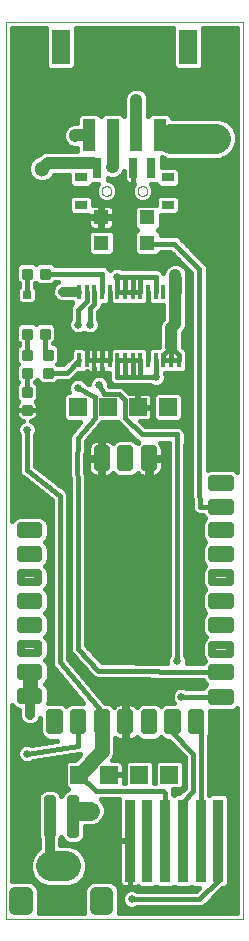
<source format=gtl>
G75*
%MOIN*%
%OFA0B0*%
%FSLAX25Y25*%
%IPPOS*%
%LPD*%
%AMOC8*
5,1,8,0,0,1.08239X$1,22.5*
%
%ADD10C,0.00000*%
%ADD11R,0.01575X0.04724*%
%ADD12R,0.03976X0.10787*%
%ADD13R,0.05906X0.11811*%
%ADD14R,0.05937X0.05937*%
%ADD15C,0.00875*%
%ADD16C,0.02756*%
%ADD17R,0.02756X0.07087*%
%ADD18R,0.04000X0.02756*%
%ADD19C,0.01969*%
%ADD20C,0.03937*%
%ADD21R,0.03346X0.27559*%
%ADD22R,0.05118X0.04528*%
%ADD23C,0.10000*%
%ADD24C,0.01600*%
%ADD25C,0.05118*%
%ADD26C,0.03200*%
%ADD27C,0.02578*%
%ADD28C,0.06400*%
%ADD29C,0.04000*%
%ADD30C,0.05000*%
%ADD31R,0.02578X0.02578*%
D10*
X0002667Y0001800D02*
X0002667Y0300700D01*
X0081667Y0300700D01*
X0081667Y0001800D01*
X0002667Y0001800D01*
X0034567Y0244300D02*
X0034569Y0244380D01*
X0034575Y0244459D01*
X0034585Y0244538D01*
X0034599Y0244617D01*
X0034616Y0244695D01*
X0034638Y0244772D01*
X0034663Y0244847D01*
X0034693Y0244921D01*
X0034725Y0244994D01*
X0034762Y0245065D01*
X0034802Y0245134D01*
X0034845Y0245201D01*
X0034892Y0245266D01*
X0034941Y0245328D01*
X0034994Y0245388D01*
X0035050Y0245445D01*
X0035108Y0245500D01*
X0035169Y0245551D01*
X0035233Y0245599D01*
X0035299Y0245644D01*
X0035367Y0245686D01*
X0035437Y0245724D01*
X0035509Y0245758D01*
X0035582Y0245789D01*
X0035657Y0245817D01*
X0035734Y0245840D01*
X0035811Y0245860D01*
X0035889Y0245876D01*
X0035968Y0245888D01*
X0036047Y0245896D01*
X0036127Y0245900D01*
X0036207Y0245900D01*
X0036287Y0245896D01*
X0036366Y0245888D01*
X0036445Y0245876D01*
X0036523Y0245860D01*
X0036600Y0245840D01*
X0036677Y0245817D01*
X0036752Y0245789D01*
X0036825Y0245758D01*
X0036897Y0245724D01*
X0036967Y0245686D01*
X0037035Y0245644D01*
X0037101Y0245599D01*
X0037165Y0245551D01*
X0037226Y0245500D01*
X0037284Y0245445D01*
X0037340Y0245388D01*
X0037393Y0245328D01*
X0037442Y0245266D01*
X0037489Y0245201D01*
X0037532Y0245134D01*
X0037572Y0245065D01*
X0037609Y0244994D01*
X0037641Y0244921D01*
X0037671Y0244847D01*
X0037696Y0244772D01*
X0037718Y0244695D01*
X0037735Y0244617D01*
X0037749Y0244538D01*
X0037759Y0244459D01*
X0037765Y0244380D01*
X0037767Y0244300D01*
X0037765Y0244220D01*
X0037759Y0244141D01*
X0037749Y0244062D01*
X0037735Y0243983D01*
X0037718Y0243905D01*
X0037696Y0243828D01*
X0037671Y0243753D01*
X0037641Y0243679D01*
X0037609Y0243606D01*
X0037572Y0243535D01*
X0037532Y0243466D01*
X0037489Y0243399D01*
X0037442Y0243334D01*
X0037393Y0243272D01*
X0037340Y0243212D01*
X0037284Y0243155D01*
X0037226Y0243100D01*
X0037165Y0243049D01*
X0037101Y0243001D01*
X0037035Y0242956D01*
X0036967Y0242914D01*
X0036897Y0242876D01*
X0036825Y0242842D01*
X0036752Y0242811D01*
X0036677Y0242783D01*
X0036600Y0242760D01*
X0036523Y0242740D01*
X0036445Y0242724D01*
X0036366Y0242712D01*
X0036287Y0242704D01*
X0036207Y0242700D01*
X0036127Y0242700D01*
X0036047Y0242704D01*
X0035968Y0242712D01*
X0035889Y0242724D01*
X0035811Y0242740D01*
X0035734Y0242760D01*
X0035657Y0242783D01*
X0035582Y0242811D01*
X0035509Y0242842D01*
X0035437Y0242876D01*
X0035367Y0242914D01*
X0035299Y0242956D01*
X0035233Y0243001D01*
X0035169Y0243049D01*
X0035108Y0243100D01*
X0035050Y0243155D01*
X0034994Y0243212D01*
X0034941Y0243272D01*
X0034892Y0243334D01*
X0034845Y0243399D01*
X0034802Y0243466D01*
X0034762Y0243535D01*
X0034725Y0243606D01*
X0034693Y0243679D01*
X0034663Y0243753D01*
X0034638Y0243828D01*
X0034616Y0243905D01*
X0034599Y0243983D01*
X0034585Y0244062D01*
X0034575Y0244141D01*
X0034569Y0244220D01*
X0034567Y0244300D01*
X0046567Y0244300D02*
X0046569Y0244380D01*
X0046575Y0244459D01*
X0046585Y0244538D01*
X0046599Y0244617D01*
X0046616Y0244695D01*
X0046638Y0244772D01*
X0046663Y0244847D01*
X0046693Y0244921D01*
X0046725Y0244994D01*
X0046762Y0245065D01*
X0046802Y0245134D01*
X0046845Y0245201D01*
X0046892Y0245266D01*
X0046941Y0245328D01*
X0046994Y0245388D01*
X0047050Y0245445D01*
X0047108Y0245500D01*
X0047169Y0245551D01*
X0047233Y0245599D01*
X0047299Y0245644D01*
X0047367Y0245686D01*
X0047437Y0245724D01*
X0047509Y0245758D01*
X0047582Y0245789D01*
X0047657Y0245817D01*
X0047734Y0245840D01*
X0047811Y0245860D01*
X0047889Y0245876D01*
X0047968Y0245888D01*
X0048047Y0245896D01*
X0048127Y0245900D01*
X0048207Y0245900D01*
X0048287Y0245896D01*
X0048366Y0245888D01*
X0048445Y0245876D01*
X0048523Y0245860D01*
X0048600Y0245840D01*
X0048677Y0245817D01*
X0048752Y0245789D01*
X0048825Y0245758D01*
X0048897Y0245724D01*
X0048967Y0245686D01*
X0049035Y0245644D01*
X0049101Y0245599D01*
X0049165Y0245551D01*
X0049226Y0245500D01*
X0049284Y0245445D01*
X0049340Y0245388D01*
X0049393Y0245328D01*
X0049442Y0245266D01*
X0049489Y0245201D01*
X0049532Y0245134D01*
X0049572Y0245065D01*
X0049609Y0244994D01*
X0049641Y0244921D01*
X0049671Y0244847D01*
X0049696Y0244772D01*
X0049718Y0244695D01*
X0049735Y0244617D01*
X0049749Y0244538D01*
X0049759Y0244459D01*
X0049765Y0244380D01*
X0049767Y0244300D01*
X0049765Y0244220D01*
X0049759Y0244141D01*
X0049749Y0244062D01*
X0049735Y0243983D01*
X0049718Y0243905D01*
X0049696Y0243828D01*
X0049671Y0243753D01*
X0049641Y0243679D01*
X0049609Y0243606D01*
X0049572Y0243535D01*
X0049532Y0243466D01*
X0049489Y0243399D01*
X0049442Y0243334D01*
X0049393Y0243272D01*
X0049340Y0243212D01*
X0049284Y0243155D01*
X0049226Y0243100D01*
X0049165Y0243049D01*
X0049101Y0243001D01*
X0049035Y0242956D01*
X0048967Y0242914D01*
X0048897Y0242876D01*
X0048825Y0242842D01*
X0048752Y0242811D01*
X0048677Y0242783D01*
X0048600Y0242760D01*
X0048523Y0242740D01*
X0048445Y0242724D01*
X0048366Y0242712D01*
X0048287Y0242704D01*
X0048207Y0242700D01*
X0048127Y0242700D01*
X0048047Y0242704D01*
X0047968Y0242712D01*
X0047889Y0242724D01*
X0047811Y0242740D01*
X0047734Y0242760D01*
X0047657Y0242783D01*
X0047582Y0242811D01*
X0047509Y0242842D01*
X0047437Y0242876D01*
X0047367Y0242914D01*
X0047299Y0242956D01*
X0047233Y0243001D01*
X0047169Y0243049D01*
X0047108Y0243100D01*
X0047050Y0243155D01*
X0046994Y0243212D01*
X0046941Y0243272D01*
X0046892Y0243334D01*
X0046845Y0243399D01*
X0046802Y0243466D01*
X0046762Y0243535D01*
X0046725Y0243606D01*
X0046693Y0243679D01*
X0046663Y0243753D01*
X0046638Y0243828D01*
X0046616Y0243905D01*
X0046599Y0243983D01*
X0046585Y0244062D01*
X0046575Y0244141D01*
X0046569Y0244220D01*
X0046567Y0244300D01*
D11*
X0047505Y0210717D03*
X0044946Y0210717D03*
X0042387Y0210717D03*
X0039828Y0210717D03*
X0037269Y0210717D03*
X0034710Y0210717D03*
X0032151Y0210717D03*
X0029592Y0210717D03*
X0027033Y0210717D03*
X0027033Y0187883D03*
X0029592Y0187883D03*
X0032151Y0187883D03*
X0034710Y0187883D03*
X0037269Y0187883D03*
X0039828Y0187883D03*
X0042387Y0187883D03*
X0044946Y0187883D03*
X0047505Y0187883D03*
X0050064Y0187883D03*
X0052623Y0187883D03*
X0055182Y0187883D03*
X0057741Y0187883D03*
X0060301Y0187883D03*
X0060301Y0210717D03*
X0057741Y0210717D03*
X0055182Y0210717D03*
X0052623Y0210717D03*
X0050064Y0210717D03*
D12*
X0053978Y0262906D03*
X0046104Y0262906D03*
X0038230Y0262906D03*
X0030356Y0262906D03*
D13*
X0020907Y0292434D03*
X0063427Y0292434D03*
D14*
X0056667Y0172300D03*
X0046667Y0172300D03*
X0036667Y0172300D03*
X0026667Y0172300D03*
X0027167Y0049800D03*
X0037167Y0049800D03*
X0047167Y0049800D03*
X0057167Y0049800D03*
D15*
X0017980Y0182487D02*
X0017980Y0185113D01*
X0017980Y0182487D02*
X0015354Y0182487D01*
X0015354Y0185113D01*
X0017980Y0185113D01*
X0017980Y0183361D02*
X0015354Y0183361D01*
X0015354Y0184235D02*
X0017980Y0184235D01*
X0017980Y0185109D02*
X0015354Y0185109D01*
X0017980Y0188487D02*
X0017980Y0191113D01*
X0017980Y0188487D02*
X0015354Y0188487D01*
X0015354Y0191113D01*
X0017980Y0191113D01*
X0017980Y0189361D02*
X0015354Y0189361D01*
X0015354Y0190235D02*
X0017980Y0190235D01*
X0017980Y0191109D02*
X0015354Y0191109D01*
X0014354Y0198113D02*
X0016980Y0198113D01*
X0016980Y0195487D01*
X0014354Y0195487D01*
X0014354Y0198113D01*
X0014354Y0196361D02*
X0016980Y0196361D01*
X0016980Y0197235D02*
X0014354Y0197235D01*
X0014354Y0198109D02*
X0016980Y0198109D01*
X0016980Y0215487D02*
X0014354Y0215487D01*
X0014354Y0218113D01*
X0016980Y0218113D01*
X0016980Y0215487D01*
X0016980Y0216361D02*
X0014354Y0216361D01*
X0014354Y0217235D02*
X0016980Y0217235D01*
X0016980Y0218109D02*
X0014354Y0218109D01*
X0010980Y0215487D02*
X0008354Y0215487D01*
X0008354Y0218113D01*
X0010980Y0218113D01*
X0010980Y0215487D01*
X0010980Y0216361D02*
X0008354Y0216361D01*
X0008354Y0217235D02*
X0010980Y0217235D01*
X0010980Y0218109D02*
X0008354Y0218109D01*
X0008354Y0198113D02*
X0010980Y0198113D01*
X0010980Y0195487D01*
X0008354Y0195487D01*
X0008354Y0198113D01*
X0008354Y0196361D02*
X0010980Y0196361D01*
X0010980Y0197235D02*
X0008354Y0197235D01*
X0008354Y0198109D02*
X0010980Y0198109D01*
X0008354Y0191113D02*
X0008354Y0188487D01*
X0008354Y0191113D02*
X0010980Y0191113D01*
X0010980Y0188487D01*
X0008354Y0188487D01*
X0008354Y0189361D02*
X0010980Y0189361D01*
X0010980Y0190235D02*
X0008354Y0190235D01*
X0008354Y0191109D02*
X0010980Y0191109D01*
X0008354Y0185113D02*
X0008354Y0182487D01*
X0008354Y0185113D02*
X0010980Y0185113D01*
X0010980Y0182487D01*
X0008354Y0182487D01*
X0008354Y0183361D02*
X0010980Y0183361D01*
X0010980Y0184235D02*
X0008354Y0184235D01*
X0008354Y0185109D02*
X0010980Y0185109D01*
X0008354Y0178613D02*
X0008354Y0175987D01*
X0008354Y0178613D02*
X0010980Y0178613D01*
X0010980Y0175987D01*
X0008354Y0175987D01*
X0008354Y0176861D02*
X0010980Y0176861D01*
X0010980Y0177735D02*
X0008354Y0177735D01*
X0008354Y0178609D02*
X0010980Y0178609D01*
X0008354Y0172613D02*
X0008354Y0169987D01*
X0008354Y0172613D02*
X0010980Y0172613D01*
X0010980Y0169987D01*
X0008354Y0169987D01*
X0008354Y0170861D02*
X0010980Y0170861D01*
X0010980Y0171735D02*
X0008354Y0171735D01*
X0008354Y0172609D02*
X0010980Y0172609D01*
D16*
X0013516Y0129851D02*
X0007612Y0129851D01*
X0007612Y0132607D01*
X0013516Y0132607D01*
X0013516Y0129851D01*
X0013516Y0132606D02*
X0007612Y0132606D01*
X0007612Y0121977D02*
X0013516Y0121977D01*
X0007612Y0121977D02*
X0007612Y0124733D01*
X0013516Y0124733D01*
X0013516Y0121977D01*
X0013516Y0124732D02*
X0007612Y0124732D01*
X0007612Y0114103D02*
X0013516Y0114103D01*
X0007612Y0114103D02*
X0007612Y0116859D01*
X0013516Y0116859D01*
X0013516Y0114103D01*
X0013516Y0116858D02*
X0007612Y0116858D01*
X0007612Y0106229D02*
X0013516Y0106229D01*
X0007612Y0106229D02*
X0007612Y0108985D01*
X0013516Y0108985D01*
X0013516Y0106229D01*
X0013516Y0108984D02*
X0007612Y0108984D01*
X0007612Y0098355D02*
X0013516Y0098355D01*
X0007612Y0098355D02*
X0007612Y0101111D01*
X0013516Y0101111D01*
X0013516Y0098355D01*
X0013516Y0101110D02*
X0007612Y0101110D01*
X0007612Y0090481D02*
X0013516Y0090481D01*
X0007612Y0090481D02*
X0007612Y0093237D01*
X0013516Y0093237D01*
X0013516Y0090481D01*
X0013516Y0093236D02*
X0007612Y0093236D01*
X0007612Y0082607D02*
X0013516Y0082607D01*
X0007612Y0082607D02*
X0007612Y0085363D01*
X0013516Y0085363D01*
X0013516Y0082607D01*
X0013516Y0085362D02*
X0007612Y0085362D01*
X0007612Y0074733D02*
X0013516Y0074733D01*
X0007612Y0074733D02*
X0007612Y0077489D01*
X0013516Y0077489D01*
X0013516Y0074733D01*
X0013516Y0077488D02*
X0007612Y0077488D01*
X0017454Y0064498D02*
X0020210Y0064498D01*
X0017454Y0064498D02*
X0017454Y0070402D01*
X0020210Y0070402D01*
X0020210Y0064498D01*
X0020210Y0067253D02*
X0017454Y0067253D01*
X0017454Y0070008D02*
X0020210Y0070008D01*
X0025328Y0064498D02*
X0028084Y0064498D01*
X0025328Y0064498D02*
X0025328Y0070402D01*
X0028084Y0070402D01*
X0028084Y0064498D01*
X0028084Y0067253D02*
X0025328Y0067253D01*
X0025328Y0070008D02*
X0028084Y0070008D01*
X0033202Y0064498D02*
X0035958Y0064498D01*
X0033202Y0064498D02*
X0033202Y0070402D01*
X0035958Y0070402D01*
X0035958Y0064498D01*
X0035958Y0067253D02*
X0033202Y0067253D01*
X0033202Y0070008D02*
X0035958Y0070008D01*
X0041076Y0064498D02*
X0043832Y0064498D01*
X0041076Y0064498D02*
X0041076Y0070402D01*
X0043832Y0070402D01*
X0043832Y0064498D01*
X0043832Y0067253D02*
X0041076Y0067253D01*
X0041076Y0070008D02*
X0043832Y0070008D01*
X0048950Y0064498D02*
X0051706Y0064498D01*
X0048950Y0064498D02*
X0048950Y0070402D01*
X0051706Y0070402D01*
X0051706Y0064498D01*
X0051706Y0067253D02*
X0048950Y0067253D01*
X0048950Y0070008D02*
X0051706Y0070008D01*
X0056824Y0064498D02*
X0059580Y0064498D01*
X0056824Y0064498D02*
X0056824Y0070402D01*
X0059580Y0070402D01*
X0059580Y0064498D01*
X0059580Y0067253D02*
X0056824Y0067253D01*
X0056824Y0070008D02*
X0059580Y0070008D01*
X0064698Y0064498D02*
X0067454Y0064498D01*
X0064698Y0064498D02*
X0064698Y0070402D01*
X0067454Y0070402D01*
X0067454Y0064498D01*
X0067454Y0067253D02*
X0064698Y0067253D01*
X0064698Y0070008D02*
X0067454Y0070008D01*
X0071392Y0074339D02*
X0077296Y0074339D01*
X0071392Y0074339D02*
X0071392Y0077095D01*
X0077296Y0077095D01*
X0077296Y0074339D01*
X0077296Y0077094D02*
X0071392Y0077094D01*
X0071392Y0082607D02*
X0077296Y0082607D01*
X0071392Y0082607D02*
X0071392Y0085363D01*
X0077296Y0085363D01*
X0077296Y0082607D01*
X0077296Y0085362D02*
X0071392Y0085362D01*
X0071392Y0090087D02*
X0077296Y0090087D01*
X0071392Y0090087D02*
X0071392Y0092843D01*
X0077296Y0092843D01*
X0077296Y0090087D01*
X0077296Y0092842D02*
X0071392Y0092842D01*
X0071392Y0098355D02*
X0077296Y0098355D01*
X0071392Y0098355D02*
X0071392Y0101111D01*
X0077296Y0101111D01*
X0077296Y0098355D01*
X0077296Y0101110D02*
X0071392Y0101110D01*
X0071392Y0106229D02*
X0077296Y0106229D01*
X0071392Y0106229D02*
X0071392Y0108985D01*
X0077296Y0108985D01*
X0077296Y0106229D01*
X0077296Y0108984D02*
X0071392Y0108984D01*
X0071392Y0114103D02*
X0077296Y0114103D01*
X0071392Y0114103D02*
X0071392Y0116859D01*
X0077296Y0116859D01*
X0077296Y0114103D01*
X0077296Y0116858D02*
X0071392Y0116858D01*
X0071392Y0121977D02*
X0077296Y0121977D01*
X0071392Y0121977D02*
X0071392Y0124733D01*
X0077296Y0124733D01*
X0077296Y0121977D01*
X0077296Y0124732D02*
X0071392Y0124732D01*
X0071392Y0129851D02*
X0077296Y0129851D01*
X0071392Y0129851D02*
X0071392Y0132607D01*
X0077296Y0132607D01*
X0077296Y0129851D01*
X0077296Y0132606D02*
X0071392Y0132606D01*
X0071392Y0137725D02*
X0077296Y0137725D01*
X0071392Y0137725D02*
X0071392Y0140481D01*
X0077296Y0140481D01*
X0077296Y0137725D01*
X0077296Y0140480D02*
X0071392Y0140480D01*
X0071392Y0145599D02*
X0077296Y0145599D01*
X0071392Y0145599D02*
X0071392Y0148355D01*
X0077296Y0148355D01*
X0077296Y0145599D01*
X0077296Y0148354D02*
X0071392Y0148354D01*
X0051706Y0152293D02*
X0048950Y0152293D01*
X0048950Y0158197D01*
X0051706Y0158197D01*
X0051706Y0152293D01*
X0051706Y0155048D02*
X0048950Y0155048D01*
X0048950Y0157803D02*
X0051706Y0157803D01*
X0043832Y0152293D02*
X0041076Y0152293D01*
X0041076Y0158197D01*
X0043832Y0158197D01*
X0043832Y0152293D01*
X0043832Y0155048D02*
X0041076Y0155048D01*
X0041076Y0157803D02*
X0043832Y0157803D01*
X0035958Y0152293D02*
X0033202Y0152293D01*
X0033202Y0158197D01*
X0035958Y0158197D01*
X0035958Y0152293D01*
X0035958Y0155048D02*
X0033202Y0155048D01*
X0033202Y0157803D02*
X0035958Y0157803D01*
D17*
X0033167Y0252087D03*
X0045167Y0252087D03*
X0051167Y0252087D03*
D18*
X0056667Y0248828D03*
X0056667Y0239772D03*
X0027667Y0239772D03*
X0027667Y0248828D03*
D19*
X0026088Y0041902D02*
X0026088Y0029698D01*
X0024120Y0029698D01*
X0024120Y0041902D01*
X0026088Y0041902D01*
X0026088Y0031666D02*
X0024120Y0031666D01*
X0024120Y0033634D02*
X0026088Y0033634D01*
X0026088Y0035602D02*
X0024120Y0035602D01*
X0024120Y0037570D02*
X0026088Y0037570D01*
X0026088Y0039538D02*
X0024120Y0039538D01*
X0024120Y0041506D02*
X0026088Y0041506D01*
X0018214Y0041902D02*
X0018214Y0029698D01*
X0016246Y0029698D01*
X0016246Y0041902D01*
X0018214Y0041902D01*
X0018214Y0031666D02*
X0016246Y0031666D01*
X0016246Y0033634D02*
X0018214Y0033634D01*
X0018214Y0035602D02*
X0016246Y0035602D01*
X0016246Y0037570D02*
X0018214Y0037570D01*
X0018214Y0039538D02*
X0016246Y0039538D01*
X0016246Y0041506D02*
X0018214Y0041506D01*
D20*
X0009750Y0010469D02*
X0009750Y0004957D01*
X0005812Y0004957D01*
X0005812Y0010469D01*
X0009750Y0010469D01*
X0009750Y0008893D02*
X0005812Y0008893D01*
X0036521Y0010469D02*
X0036521Y0004957D01*
X0032583Y0004957D01*
X0032583Y0010469D01*
X0036521Y0010469D01*
X0036521Y0008893D02*
X0032583Y0008893D01*
D21*
X0043903Y0027800D03*
X0049808Y0027800D03*
X0055714Y0027800D03*
X0061619Y0027800D03*
X0067525Y0027800D03*
X0073430Y0027800D03*
D22*
X0049844Y0227068D03*
X0049844Y0235532D03*
X0034489Y0235532D03*
X0034489Y0227068D03*
D23*
X0057667Y0261800D02*
X0072667Y0261800D01*
X0022667Y0019300D02*
X0017667Y0019300D01*
D24*
X0016274Y0012300D02*
X0024059Y0012300D01*
X0026632Y0013366D01*
X0028601Y0015335D01*
X0029667Y0017908D01*
X0029667Y0020692D01*
X0028601Y0023265D01*
X0026632Y0025234D01*
X0024059Y0026300D01*
X0020830Y0026300D01*
X0020830Y0028214D01*
X0021167Y0029028D01*
X0021589Y0028007D01*
X0022429Y0027168D01*
X0023526Y0026713D01*
X0026682Y0026713D01*
X0027778Y0027168D01*
X0028618Y0028007D01*
X0029072Y0029104D01*
X0029072Y0032600D01*
X0031701Y0032600D01*
X0033612Y0033392D01*
X0035075Y0034854D01*
X0035867Y0036766D01*
X0035867Y0038834D01*
X0035075Y0040746D01*
X0034321Y0041500D01*
X0040430Y0041500D01*
X0040430Y0027837D01*
X0043866Y0027837D01*
X0043866Y0027763D01*
X0043939Y0027763D01*
X0043939Y0012220D01*
X0045813Y0012220D01*
X0046271Y0012343D01*
X0046681Y0012580D01*
X0046714Y0012613D01*
X0047307Y0012020D01*
X0052310Y0012020D01*
X0052761Y0012472D01*
X0053212Y0012020D01*
X0058216Y0012020D01*
X0058667Y0012472D01*
X0059118Y0012020D01*
X0064121Y0012020D01*
X0064572Y0012472D01*
X0065023Y0012020D01*
X0066927Y0012020D01*
X0066007Y0011100D01*
X0046501Y0011100D01*
X0045321Y0011589D01*
X0044012Y0011589D01*
X0042804Y0011088D01*
X0041878Y0010163D01*
X0041378Y0008954D01*
X0041378Y0007646D01*
X0041878Y0006437D01*
X0042804Y0005512D01*
X0044012Y0005011D01*
X0045321Y0005011D01*
X0046501Y0005500D01*
X0067724Y0005500D01*
X0068753Y0005926D01*
X0069540Y0006714D01*
X0074847Y0012020D01*
X0075932Y0012020D01*
X0077104Y0013192D01*
X0077104Y0042408D01*
X0075932Y0043580D01*
X0070929Y0043580D01*
X0070478Y0043128D01*
X0070325Y0043281D01*
X0070325Y0062601D01*
X0070832Y0063825D01*
X0070832Y0070961D01*
X0077968Y0070961D01*
X0079210Y0071476D01*
X0079667Y0071932D01*
X0079667Y0003800D01*
X0040337Y0003800D01*
X0040489Y0004168D01*
X0040489Y0011259D01*
X0039885Y0012717D01*
X0038769Y0013834D01*
X0037310Y0014438D01*
X0031795Y0014438D01*
X0030336Y0013834D01*
X0029220Y0012717D01*
X0028615Y0011259D01*
X0028615Y0004168D01*
X0028768Y0003800D01*
X0013565Y0003800D01*
X0013718Y0004168D01*
X0013718Y0011259D01*
X0013114Y0012717D01*
X0011997Y0013834D01*
X0010539Y0014438D01*
X0005023Y0014438D01*
X0004667Y0014290D01*
X0004667Y0073016D01*
X0004748Y0072820D01*
X0005698Y0071869D01*
X0006940Y0071355D01*
X0007067Y0071355D01*
X0007067Y0069084D01*
X0007615Y0067761D01*
X0008627Y0066748D01*
X0009951Y0066200D01*
X0011383Y0066200D01*
X0012706Y0066748D01*
X0013719Y0067761D01*
X0014076Y0068624D01*
X0014076Y0063825D01*
X0014590Y0062583D01*
X0015541Y0061633D01*
X0016782Y0061119D01*
X0019790Y0061119D01*
X0010967Y0059821D01*
X0010321Y0060089D01*
X0009012Y0060089D01*
X0007804Y0059588D01*
X0006878Y0058663D01*
X0006378Y0057454D01*
X0006378Y0056146D01*
X0006878Y0054937D01*
X0007804Y0054012D01*
X0009012Y0053511D01*
X0010321Y0053511D01*
X0011530Y0054012D01*
X0011802Y0054284D01*
X0026871Y0056500D01*
X0027224Y0056500D01*
X0027245Y0056509D01*
X0027056Y0056054D01*
X0025771Y0054768D01*
X0023370Y0054768D01*
X0022198Y0053597D01*
X0022198Y0046003D01*
X0023370Y0044831D01*
X0023393Y0044831D01*
X0022429Y0044432D01*
X0021589Y0043593D01*
X0021167Y0042572D01*
X0020744Y0043593D01*
X0019904Y0044432D01*
X0018808Y0044887D01*
X0015652Y0044887D01*
X0014555Y0044432D01*
X0013715Y0043593D01*
X0013261Y0042496D01*
X0013261Y0029104D01*
X0013630Y0028214D01*
X0013630Y0025162D01*
X0011732Y0023265D01*
X0010667Y0020692D01*
X0010667Y0017908D01*
X0011732Y0015335D01*
X0013701Y0013366D01*
X0016274Y0012300D01*
X0013324Y0012209D02*
X0029009Y0012209D01*
X0028615Y0010610D02*
X0013718Y0010610D01*
X0013718Y0009012D02*
X0028615Y0009012D01*
X0028615Y0007413D02*
X0013718Y0007413D01*
X0013718Y0005815D02*
X0028615Y0005815D01*
X0028615Y0004216D02*
X0013718Y0004216D01*
X0013260Y0013807D02*
X0012023Y0013807D01*
X0011703Y0015406D02*
X0004667Y0015406D01*
X0004667Y0017004D02*
X0011041Y0017004D01*
X0010667Y0018603D02*
X0004667Y0018603D01*
X0004667Y0020201D02*
X0010667Y0020201D01*
X0011125Y0021800D02*
X0004667Y0021800D01*
X0004667Y0023399D02*
X0011866Y0023399D01*
X0013464Y0024997D02*
X0004667Y0024997D01*
X0004667Y0026596D02*
X0013630Y0026596D01*
X0013630Y0028194D02*
X0004667Y0028194D01*
X0004667Y0029793D02*
X0013261Y0029793D01*
X0013261Y0031391D02*
X0004667Y0031391D01*
X0004667Y0032990D02*
X0013261Y0032990D01*
X0013261Y0034588D02*
X0004667Y0034588D01*
X0004667Y0036187D02*
X0013261Y0036187D01*
X0013261Y0037785D02*
X0004667Y0037785D01*
X0004667Y0039384D02*
X0013261Y0039384D01*
X0013261Y0040982D02*
X0004667Y0040982D01*
X0004667Y0042581D02*
X0013296Y0042581D01*
X0014302Y0044179D02*
X0004667Y0044179D01*
X0004667Y0045778D02*
X0022424Y0045778D01*
X0022198Y0047376D02*
X0004667Y0047376D01*
X0004667Y0048975D02*
X0022198Y0048975D01*
X0022198Y0050573D02*
X0004667Y0050573D01*
X0004667Y0052172D02*
X0022198Y0052172D01*
X0022371Y0053770D02*
X0010947Y0053770D01*
X0009667Y0056800D02*
X0026667Y0059300D01*
X0026667Y0067410D01*
X0026706Y0067450D01*
X0028466Y0073780D02*
X0024656Y0073780D01*
X0023415Y0073266D01*
X0022769Y0072620D01*
X0022123Y0073266D01*
X0020882Y0073780D01*
X0016782Y0073780D01*
X0016778Y0073779D01*
X0016895Y0074061D01*
X0016895Y0078161D01*
X0016381Y0079402D01*
X0015735Y0080048D01*
X0016381Y0080694D01*
X0016895Y0081935D01*
X0016895Y0086035D01*
X0016381Y0087276D01*
X0015735Y0087922D01*
X0016381Y0088568D01*
X0016895Y0089809D01*
X0016895Y0093909D01*
X0016381Y0095150D01*
X0015735Y0095796D01*
X0016381Y0096442D01*
X0016895Y0097683D01*
X0016895Y0101783D01*
X0016381Y0103024D01*
X0015735Y0103670D01*
X0016381Y0104316D01*
X0016895Y0105557D01*
X0016895Y0109657D01*
X0016381Y0110898D01*
X0015735Y0111544D01*
X0016381Y0112190D01*
X0016895Y0113431D01*
X0016895Y0117531D01*
X0016381Y0118773D01*
X0015735Y0119418D01*
X0016381Y0120064D01*
X0016895Y0121305D01*
X0016895Y0125405D01*
X0016381Y0126647D01*
X0015735Y0127292D01*
X0016381Y0127938D01*
X0016895Y0129179D01*
X0016895Y0133279D01*
X0016381Y0134521D01*
X0015430Y0135471D01*
X0014189Y0135985D01*
X0006940Y0135985D01*
X0005698Y0135471D01*
X0004748Y0134521D01*
X0004667Y0134324D01*
X0004667Y0298700D01*
X0015954Y0298700D01*
X0015954Y0285700D01*
X0017126Y0284528D01*
X0024688Y0284528D01*
X0025860Y0285700D01*
X0025860Y0298700D01*
X0058474Y0298700D01*
X0058474Y0285700D01*
X0059645Y0284528D01*
X0067208Y0284528D01*
X0068379Y0285700D01*
X0068379Y0298700D01*
X0079667Y0298700D01*
X0079667Y0150762D01*
X0079210Y0151219D01*
X0077968Y0151733D01*
X0070719Y0151733D01*
X0069967Y0151421D01*
X0069967Y0218857D01*
X0069540Y0219886D01*
X0068753Y0220674D01*
X0060253Y0229174D01*
X0059224Y0229600D01*
X0054403Y0229600D01*
X0054403Y0230160D01*
X0053263Y0231300D01*
X0054403Y0232440D01*
X0054403Y0236394D01*
X0059495Y0236394D01*
X0060667Y0237566D01*
X0060667Y0241979D01*
X0059495Y0243150D01*
X0053838Y0243150D01*
X0052667Y0241979D01*
X0052667Y0239796D01*
X0046456Y0239796D01*
X0045285Y0238624D01*
X0045285Y0232440D01*
X0046425Y0231300D01*
X0045285Y0230160D01*
X0045285Y0223976D01*
X0046456Y0222804D01*
X0053231Y0222804D01*
X0054403Y0223976D01*
X0054403Y0224000D01*
X0057507Y0224000D01*
X0064367Y0217140D01*
X0064367Y0146314D01*
X0064352Y0146274D01*
X0064367Y0145759D01*
X0064367Y0145243D01*
X0064383Y0145204D01*
X0064564Y0139062D01*
X0064564Y0138546D01*
X0064580Y0138507D01*
X0064581Y0138464D01*
X0064792Y0137994D01*
X0064990Y0137517D01*
X0065020Y0137487D01*
X0065037Y0137448D01*
X0065413Y0137094D01*
X0065777Y0136729D01*
X0065817Y0136713D01*
X0065848Y0136684D01*
X0066330Y0136501D01*
X0066807Y0136303D01*
X0066849Y0136303D01*
X0066889Y0136288D01*
X0067405Y0136303D01*
X0068324Y0136303D01*
X0068527Y0135812D01*
X0069173Y0135166D01*
X0068527Y0134521D01*
X0068013Y0133279D01*
X0068013Y0129179D01*
X0068527Y0127938D01*
X0069173Y0127292D01*
X0068527Y0126647D01*
X0068013Y0125405D01*
X0068013Y0121305D01*
X0068527Y0120064D01*
X0069173Y0119418D01*
X0068527Y0118773D01*
X0068013Y0117531D01*
X0068013Y0113431D01*
X0068527Y0112190D01*
X0069173Y0111544D01*
X0068527Y0110898D01*
X0068013Y0109657D01*
X0068013Y0105557D01*
X0068527Y0104316D01*
X0069173Y0103670D01*
X0068527Y0103024D01*
X0068013Y0101783D01*
X0068013Y0097683D01*
X0068527Y0096442D01*
X0069370Y0095599D01*
X0068527Y0094757D01*
X0068013Y0093515D01*
X0068013Y0089415D01*
X0068527Y0088174D01*
X0068976Y0087725D01*
X0068527Y0087276D01*
X0068354Y0086858D01*
X0062864Y0086925D01*
X0062956Y0087146D01*
X0062956Y0088454D01*
X0062467Y0089635D01*
X0062467Y0157751D01*
X0062558Y0162593D01*
X0062568Y0162619D01*
X0062568Y0163150D01*
X0062578Y0163680D01*
X0062568Y0163705D01*
X0062568Y0163733D01*
X0062365Y0164223D01*
X0062171Y0164717D01*
X0062152Y0164736D01*
X0062142Y0164762D01*
X0061766Y0165137D01*
X0061398Y0165519D01*
X0061373Y0165530D01*
X0061354Y0165549D01*
X0060863Y0165753D01*
X0060377Y0165965D01*
X0060350Y0165965D01*
X0060325Y0165976D01*
X0059794Y0165976D01*
X0059264Y0165986D01*
X0059238Y0165976D01*
X0049034Y0165976D01*
X0047478Y0167531D01*
X0049872Y0167531D01*
X0050330Y0167654D01*
X0050740Y0167891D01*
X0051076Y0168226D01*
X0051312Y0168637D01*
X0051435Y0169095D01*
X0051435Y0172116D01*
X0046851Y0172116D01*
X0046851Y0172484D01*
X0051435Y0172484D01*
X0051435Y0175505D01*
X0051312Y0175963D01*
X0051076Y0176374D01*
X0050740Y0176709D01*
X0050330Y0176946D01*
X0049872Y0177068D01*
X0046851Y0177068D01*
X0046851Y0172484D01*
X0046482Y0172484D01*
X0046482Y0177068D01*
X0043775Y0177068D01*
X0041801Y0179042D01*
X0040772Y0179468D01*
X0036997Y0179468D01*
X0036956Y0179547D01*
X0036956Y0180454D01*
X0036455Y0181663D01*
X0035530Y0182588D01*
X0034321Y0183089D01*
X0033012Y0183089D01*
X0031804Y0182588D01*
X0030878Y0181663D01*
X0030378Y0180454D01*
X0030378Y0179940D01*
X0029568Y0180391D01*
X0029455Y0180663D01*
X0028530Y0181588D01*
X0027321Y0182089D01*
X0026012Y0182089D01*
X0024804Y0181588D01*
X0023878Y0180663D01*
X0023378Y0179454D01*
X0023378Y0178146D01*
X0023741Y0177268D01*
X0022870Y0177268D01*
X0021698Y0176097D01*
X0021698Y0168503D01*
X0022870Y0167331D01*
X0027433Y0167331D01*
X0024533Y0163898D01*
X0024239Y0163619D01*
X0024176Y0163476D01*
X0024076Y0163357D01*
X0023953Y0162971D01*
X0023788Y0162600D01*
X0023785Y0162444D01*
X0023737Y0162296D01*
X0023771Y0161892D01*
X0023569Y0153499D01*
X0023534Y0153405D01*
X0023555Y0152946D01*
X0023544Y0152486D01*
X0023580Y0152392D01*
X0023867Y0146102D01*
X0023867Y0091863D01*
X0023844Y0091369D01*
X0023867Y0091308D01*
X0023867Y0091243D01*
X0024056Y0090787D01*
X0024224Y0090322D01*
X0024268Y0090274D01*
X0024293Y0090214D01*
X0024642Y0089865D01*
X0030941Y0082972D01*
X0030959Y0082928D01*
X0031316Y0082562D01*
X0031661Y0082185D01*
X0031704Y0082165D01*
X0031737Y0082131D01*
X0032207Y0081929D01*
X0032669Y0081713D01*
X0032717Y0081711D01*
X0032761Y0081692D01*
X0033272Y0081686D01*
X0033782Y0081663D01*
X0033827Y0081679D01*
X0068293Y0081259D01*
X0068527Y0080694D01*
X0069370Y0079851D01*
X0068527Y0079009D01*
X0068324Y0078517D01*
X0063101Y0078517D01*
X0063030Y0078588D01*
X0061821Y0079089D01*
X0060512Y0079089D01*
X0059304Y0078588D01*
X0058378Y0077663D01*
X0057878Y0076454D01*
X0057878Y0075146D01*
X0058378Y0073937D01*
X0058535Y0073780D01*
X0056152Y0073780D01*
X0054911Y0073266D01*
X0054265Y0072620D01*
X0053619Y0073266D01*
X0052378Y0073780D01*
X0048278Y0073780D01*
X0047037Y0073266D01*
X0046250Y0072479D01*
X0045858Y0072871D01*
X0045337Y0073219D01*
X0044759Y0073458D01*
X0044145Y0073580D01*
X0043032Y0073580D01*
X0043032Y0068028D01*
X0041876Y0068028D01*
X0041876Y0073580D01*
X0040763Y0073580D01*
X0040149Y0073458D01*
X0039571Y0073219D01*
X0039050Y0072871D01*
X0038658Y0072479D01*
X0037871Y0073266D01*
X0036630Y0073780D01*
X0035810Y0073780D01*
X0023467Y0088328D01*
X0023467Y0142427D01*
X0023515Y0142604D01*
X0023467Y0142979D01*
X0023467Y0143357D01*
X0023396Y0143526D01*
X0023373Y0143708D01*
X0023185Y0144037D01*
X0023040Y0144386D01*
X0022911Y0144516D01*
X0022819Y0144675D01*
X0022520Y0144906D01*
X0022253Y0145174D01*
X0022083Y0145244D01*
X0012467Y0152675D01*
X0012467Y0162965D01*
X0012956Y0164146D01*
X0012956Y0165454D01*
X0012455Y0166663D01*
X0011530Y0167588D01*
X0011139Y0167750D01*
X0011274Y0167750D01*
X0011843Y0167902D01*
X0012353Y0168197D01*
X0012770Y0168614D01*
X0013064Y0169124D01*
X0013217Y0169693D01*
X0013217Y0171225D01*
X0009742Y0171225D01*
X0009742Y0171375D01*
X0013217Y0171375D01*
X0013217Y0172907D01*
X0013064Y0173476D01*
X0012770Y0173986D01*
X0012597Y0174159D01*
X0013046Y0174607D01*
X0013417Y0175503D01*
X0013417Y0179097D01*
X0013046Y0179993D01*
X0012489Y0180550D01*
X0013046Y0181107D01*
X0013167Y0181399D01*
X0013288Y0181107D01*
X0013973Y0180421D01*
X0014869Y0180050D01*
X0018464Y0180050D01*
X0019360Y0180421D01*
X0019939Y0181000D01*
X0023507Y0181000D01*
X0024536Y0181426D01*
X0025324Y0182214D01*
X0026630Y0183520D01*
X0028649Y0183520D01*
X0028849Y0183720D01*
X0029592Y0183720D01*
X0030616Y0183720D01*
X0030871Y0183789D01*
X0031127Y0183720D01*
X0032151Y0183720D01*
X0033175Y0183720D01*
X0033430Y0183789D01*
X0033686Y0183720D01*
X0034710Y0183720D01*
X0035734Y0183720D01*
X0035989Y0183789D01*
X0036245Y0183720D01*
X0037030Y0183720D01*
X0037030Y0183251D01*
X0036867Y0182857D01*
X0036867Y0181743D01*
X0037293Y0180714D01*
X0038081Y0179926D01*
X0039110Y0179500D01*
X0039274Y0179500D01*
X0039274Y0179500D01*
X0039821Y0179500D01*
X0041852Y0179500D01*
X0041856Y0179498D01*
X0042408Y0179500D01*
X0044395Y0179500D01*
X0044396Y0179500D01*
X0044948Y0179500D01*
X0047460Y0179500D01*
X0048007Y0179496D01*
X0048016Y0179500D01*
X0050832Y0179500D01*
X0052012Y0179011D01*
X0053321Y0179011D01*
X0054530Y0179512D01*
X0055455Y0180437D01*
X0055956Y0181646D01*
X0055956Y0182954D01*
X0055721Y0183520D01*
X0061916Y0183520D01*
X0063088Y0184692D01*
X0063088Y0187295D01*
X0063101Y0187326D01*
X0063101Y0190223D01*
X0063088Y0190254D01*
X0063088Y0191073D01*
X0061916Y0192245D01*
X0061741Y0192245D01*
X0061741Y0193021D01*
X0061667Y0193201D01*
X0061667Y0197143D01*
X0062371Y0197848D01*
X0062980Y0199318D01*
X0062980Y0207419D01*
X0063088Y0207527D01*
X0063088Y0209732D01*
X0063167Y0209922D01*
X0063167Y0217096D01*
X0062558Y0218566D01*
X0061432Y0219691D01*
X0059962Y0220300D01*
X0058371Y0220300D01*
X0056901Y0219691D01*
X0055776Y0218566D01*
X0055167Y0217096D01*
X0055167Y0217087D01*
X0055054Y0217366D01*
X0055045Y0217375D01*
X0055040Y0217386D01*
X0054655Y0217771D01*
X0054273Y0218160D01*
X0054261Y0218165D01*
X0054253Y0218174D01*
X0053749Y0218382D01*
X0053247Y0218595D01*
X0053235Y0218595D01*
X0053224Y0218600D01*
X0052678Y0218600D01*
X0052134Y0218605D01*
X0052122Y0218600D01*
X0048058Y0218600D01*
X0048058Y0218600D01*
X0047500Y0218600D01*
X0045477Y0218600D01*
X0045472Y0218602D01*
X0044920Y0218600D01*
X0042409Y0218600D01*
X0041858Y0218602D01*
X0041853Y0218600D01*
X0041501Y0218600D01*
X0040321Y0219089D01*
X0039012Y0219089D01*
X0037804Y0218588D01*
X0037235Y0218020D01*
X0037084Y0218386D01*
X0036296Y0219174D01*
X0035267Y0219600D01*
X0018939Y0219600D01*
X0018360Y0220179D01*
X0017464Y0220550D01*
X0013869Y0220550D01*
X0012973Y0220179D01*
X0012667Y0219872D01*
X0012360Y0220179D01*
X0011464Y0220550D01*
X0007869Y0220550D01*
X0006973Y0220179D01*
X0006288Y0219493D01*
X0005917Y0218597D01*
X0005917Y0215003D01*
X0006288Y0214107D01*
X0006867Y0213528D01*
X0006867Y0212406D01*
X0006378Y0211917D01*
X0006378Y0207683D01*
X0007549Y0206511D01*
X0011784Y0206511D01*
X0012956Y0207683D01*
X0012956Y0211917D01*
X0012467Y0212406D01*
X0012467Y0213528D01*
X0012667Y0213728D01*
X0012973Y0213421D01*
X0013869Y0213050D01*
X0017464Y0213050D01*
X0018360Y0213421D01*
X0018939Y0214000D01*
X0019985Y0214000D01*
X0019627Y0213852D01*
X0018615Y0212839D01*
X0018067Y0211516D01*
X0018067Y0210084D01*
X0018615Y0208761D01*
X0019627Y0207748D01*
X0020951Y0207200D01*
X0024572Y0207200D01*
X0024839Y0206933D01*
X0024293Y0206386D01*
X0023867Y0205357D01*
X0023867Y0201635D01*
X0023378Y0200454D01*
X0023378Y0199146D01*
X0023878Y0197937D01*
X0024804Y0197012D01*
X0026012Y0196511D01*
X0027321Y0196511D01*
X0028530Y0197012D01*
X0028667Y0197149D01*
X0028804Y0197012D01*
X0030012Y0196511D01*
X0031321Y0196511D01*
X0032530Y0197012D01*
X0033455Y0197937D01*
X0033956Y0199146D01*
X0033956Y0200454D01*
X0033467Y0201635D01*
X0033467Y0204140D01*
X0034540Y0205214D01*
X0034967Y0206243D01*
X0034967Y0206355D01*
X0036326Y0206355D01*
X0036526Y0206555D01*
X0037269Y0206555D01*
X0037269Y0207298D01*
X0037269Y0207298D01*
X0037269Y0206555D01*
X0038012Y0206555D01*
X0038212Y0206355D01*
X0049121Y0206355D01*
X0049321Y0206555D01*
X0050064Y0206555D01*
X0050064Y0207298D01*
X0050064Y0207298D01*
X0050064Y0206555D01*
X0050808Y0206555D01*
X0051008Y0206355D01*
X0054980Y0206355D01*
X0054980Y0201770D01*
X0054276Y0201066D01*
X0053667Y0199596D01*
X0053667Y0192260D01*
X0053652Y0192245D01*
X0051008Y0192245D01*
X0050808Y0192045D01*
X0050064Y0192045D01*
X0049321Y0192045D01*
X0049121Y0192245D01*
X0038212Y0192245D01*
X0038012Y0192045D01*
X0037269Y0192045D01*
X0036245Y0192045D01*
X0035989Y0191977D01*
X0035734Y0192045D01*
X0034710Y0192045D01*
X0034710Y0190588D01*
X0034710Y0192045D01*
X0033686Y0192045D01*
X0033430Y0191977D01*
X0033175Y0192045D01*
X0032151Y0192045D01*
X0032151Y0190588D01*
X0032151Y0190588D01*
X0032151Y0192045D01*
X0031127Y0192045D01*
X0030871Y0191977D01*
X0030616Y0192045D01*
X0029592Y0192045D01*
X0029592Y0191302D01*
X0029592Y0192045D01*
X0028849Y0192045D01*
X0028649Y0192245D01*
X0025417Y0192245D01*
X0024245Y0191073D01*
X0024245Y0189055D01*
X0021790Y0186600D01*
X0019939Y0186600D01*
X0019739Y0186800D01*
X0020046Y0187107D01*
X0020417Y0188003D01*
X0020417Y0191597D01*
X0020046Y0192493D01*
X0019360Y0193179D01*
X0018482Y0193543D01*
X0019046Y0194107D01*
X0019417Y0195003D01*
X0019417Y0198597D01*
X0019046Y0199493D01*
X0018360Y0200179D01*
X0017464Y0200550D01*
X0013869Y0200550D01*
X0012973Y0200179D01*
X0012667Y0199872D01*
X0012360Y0200179D01*
X0011464Y0200550D01*
X0007869Y0200550D01*
X0006973Y0200179D01*
X0006288Y0199493D01*
X0005917Y0198597D01*
X0005917Y0195003D01*
X0006288Y0194107D01*
X0006867Y0193528D01*
X0006867Y0193072D01*
X0006288Y0192493D01*
X0005917Y0191597D01*
X0005917Y0188003D01*
X0006288Y0187107D01*
X0006595Y0186800D01*
X0006288Y0186493D01*
X0005917Y0185597D01*
X0005917Y0182003D01*
X0006288Y0181107D01*
X0006845Y0180550D01*
X0006288Y0179993D01*
X0005917Y0179097D01*
X0005917Y0175503D01*
X0006288Y0174607D01*
X0006736Y0174159D01*
X0006564Y0173986D01*
X0006269Y0173476D01*
X0006117Y0172907D01*
X0006117Y0171375D01*
X0009592Y0171375D01*
X0009592Y0171225D01*
X0006117Y0171225D01*
X0006117Y0169693D01*
X0006269Y0169124D01*
X0006564Y0168614D01*
X0006980Y0168197D01*
X0007491Y0167902D01*
X0008060Y0167750D01*
X0008194Y0167750D01*
X0007804Y0167588D01*
X0006878Y0166663D01*
X0006378Y0165454D01*
X0006378Y0164146D01*
X0006867Y0162965D01*
X0006867Y0151673D01*
X0006819Y0151496D01*
X0006867Y0151121D01*
X0006867Y0150743D01*
X0006937Y0150574D01*
X0006960Y0150391D01*
X0007148Y0150063D01*
X0007293Y0149714D01*
X0007423Y0149584D01*
X0007514Y0149425D01*
X0007813Y0149194D01*
X0008081Y0148926D01*
X0008250Y0148856D01*
X0017867Y0141425D01*
X0017867Y0087415D01*
X0017831Y0086974D01*
X0017867Y0086861D01*
X0017867Y0086743D01*
X0018036Y0086334D01*
X0018171Y0085913D01*
X0018248Y0085823D01*
X0018293Y0085714D01*
X0018606Y0085401D01*
X0028466Y0073780D01*
X0027812Y0074551D02*
X0016895Y0074551D01*
X0016895Y0076149D02*
X0026456Y0076149D01*
X0025099Y0077748D02*
X0016895Y0077748D01*
X0016404Y0079346D02*
X0023743Y0079346D01*
X0022387Y0080945D02*
X0016485Y0080945D01*
X0016895Y0082543D02*
X0021030Y0082543D01*
X0019674Y0084142D02*
X0016895Y0084142D01*
X0016895Y0085740D02*
X0018282Y0085740D01*
X0017860Y0087339D02*
X0016318Y0087339D01*
X0016534Y0088937D02*
X0017867Y0088937D01*
X0017867Y0090536D02*
X0016895Y0090536D01*
X0016895Y0092134D02*
X0017867Y0092134D01*
X0017867Y0093733D02*
X0016895Y0093733D01*
X0016200Y0095332D02*
X0017867Y0095332D01*
X0017867Y0096930D02*
X0016583Y0096930D01*
X0016895Y0098529D02*
X0017867Y0098529D01*
X0017867Y0100127D02*
X0016895Y0100127D01*
X0016895Y0101726D02*
X0017867Y0101726D01*
X0017867Y0103324D02*
X0016081Y0103324D01*
X0016632Y0104923D02*
X0017867Y0104923D01*
X0017867Y0106521D02*
X0016895Y0106521D01*
X0016895Y0108120D02*
X0017867Y0108120D01*
X0017867Y0109718D02*
X0016870Y0109718D01*
X0015963Y0111317D02*
X0017867Y0111317D01*
X0017867Y0112915D02*
X0016681Y0112915D01*
X0016895Y0114514D02*
X0017867Y0114514D01*
X0017867Y0116112D02*
X0016895Y0116112D01*
X0016821Y0117711D02*
X0017867Y0117711D01*
X0017867Y0119309D02*
X0015844Y0119309D01*
X0016730Y0120908D02*
X0017867Y0120908D01*
X0017867Y0122506D02*
X0016895Y0122506D01*
X0016895Y0124105D02*
X0017867Y0124105D01*
X0017867Y0125703D02*
X0016771Y0125703D01*
X0015745Y0127302D02*
X0017867Y0127302D01*
X0017867Y0128900D02*
X0016779Y0128900D01*
X0016895Y0130499D02*
X0017867Y0130499D01*
X0017867Y0132097D02*
X0016895Y0132097D01*
X0016722Y0133696D02*
X0017867Y0133696D01*
X0017867Y0135294D02*
X0015607Y0135294D01*
X0017526Y0141688D02*
X0004667Y0141688D01*
X0004667Y0140090D02*
X0017867Y0140090D01*
X0017867Y0138491D02*
X0004667Y0138491D01*
X0004667Y0136893D02*
X0017867Y0136893D01*
X0020667Y0142800D02*
X0009667Y0151300D01*
X0009667Y0164800D01*
X0007480Y0167265D02*
X0004667Y0167265D01*
X0004667Y0168863D02*
X0006420Y0168863D01*
X0006117Y0170462D02*
X0004667Y0170462D01*
X0004667Y0172060D02*
X0006117Y0172060D01*
X0006374Y0173659D02*
X0004667Y0173659D01*
X0004667Y0175257D02*
X0006018Y0175257D01*
X0005917Y0176856D02*
X0004667Y0176856D01*
X0004667Y0178454D02*
X0005917Y0178454D01*
X0006347Y0180053D02*
X0004667Y0180053D01*
X0004667Y0181651D02*
X0006062Y0181651D01*
X0005917Y0183250D02*
X0004667Y0183250D01*
X0004667Y0184848D02*
X0005917Y0184848D01*
X0006268Y0186447D02*
X0004667Y0186447D01*
X0004667Y0188045D02*
X0005917Y0188045D01*
X0005917Y0189644D02*
X0004667Y0189644D01*
X0004667Y0191242D02*
X0005917Y0191242D01*
X0006635Y0192841D02*
X0004667Y0192841D01*
X0004667Y0194439D02*
X0006150Y0194439D01*
X0005917Y0196038D02*
X0004667Y0196038D01*
X0004667Y0197636D02*
X0005917Y0197636D01*
X0006181Y0199235D02*
X0004667Y0199235D01*
X0004667Y0200833D02*
X0023535Y0200833D01*
X0023378Y0199235D02*
X0019153Y0199235D01*
X0019417Y0197636D02*
X0024179Y0197636D01*
X0023867Y0202432D02*
X0004667Y0202432D01*
X0004667Y0204030D02*
X0023867Y0204030D01*
X0023979Y0205629D02*
X0004667Y0205629D01*
X0004667Y0207227D02*
X0006833Y0207227D01*
X0006378Y0208826D02*
X0004667Y0208826D01*
X0004667Y0210424D02*
X0006378Y0210424D01*
X0006483Y0212023D02*
X0004667Y0212023D01*
X0004667Y0213621D02*
X0006773Y0213621D01*
X0005917Y0215220D02*
X0004667Y0215220D01*
X0004667Y0216818D02*
X0005917Y0216818D01*
X0005917Y0218417D02*
X0004667Y0218417D01*
X0004667Y0220015D02*
X0006810Y0220015D01*
X0004667Y0221614D02*
X0059893Y0221614D01*
X0060649Y0220015D02*
X0061491Y0220015D01*
X0062619Y0218417D02*
X0063090Y0218417D01*
X0063167Y0216818D02*
X0064367Y0216818D01*
X0064367Y0215220D02*
X0063167Y0215220D01*
X0063167Y0213621D02*
X0064367Y0213621D01*
X0064367Y0212023D02*
X0063167Y0212023D01*
X0063167Y0210424D02*
X0064367Y0210424D01*
X0064367Y0208826D02*
X0063088Y0208826D01*
X0062980Y0207227D02*
X0064367Y0207227D01*
X0064367Y0205629D02*
X0062980Y0205629D01*
X0062980Y0204030D02*
X0064367Y0204030D01*
X0064367Y0202432D02*
X0062980Y0202432D01*
X0062980Y0200833D02*
X0064367Y0200833D01*
X0064367Y0199235D02*
X0062946Y0199235D01*
X0062160Y0197636D02*
X0064367Y0197636D01*
X0064367Y0196038D02*
X0061667Y0196038D01*
X0061667Y0194439D02*
X0064367Y0194439D01*
X0064367Y0192841D02*
X0061741Y0192841D01*
X0060301Y0189666D02*
X0060301Y0187883D01*
X0057741Y0187883D01*
X0055182Y0187883D01*
X0055182Y0189816D01*
X0057667Y0192300D01*
X0057741Y0192225D01*
X0060301Y0189666D01*
X0063101Y0189644D02*
X0064367Y0189644D01*
X0064367Y0191242D02*
X0062919Y0191242D01*
X0063101Y0188045D02*
X0064367Y0188045D01*
X0064367Y0186447D02*
X0063088Y0186447D01*
X0063088Y0184848D02*
X0064367Y0184848D01*
X0064367Y0183250D02*
X0055833Y0183250D01*
X0055956Y0181651D02*
X0064367Y0181651D01*
X0064367Y0180053D02*
X0055071Y0180053D01*
X0052667Y0182300D02*
X0047469Y0182300D01*
X0047505Y0187883D01*
X0044946Y0187883D01*
X0044951Y0182300D01*
X0047469Y0182300D01*
X0046667Y0178300D02*
X0046667Y0172300D01*
X0046482Y0173659D02*
X0046851Y0173659D01*
X0046851Y0175257D02*
X0046482Y0175257D01*
X0046482Y0176856D02*
X0046851Y0176856D01*
X0044951Y0182300D02*
X0042405Y0182300D01*
X0042387Y0187883D01*
X0044946Y0187883D01*
X0042387Y0187883D02*
X0039828Y0187883D01*
X0039830Y0182300D01*
X0039667Y0182300D01*
X0039830Y0182300D02*
X0042405Y0182300D01*
X0042389Y0178454D02*
X0064367Y0178454D01*
X0064367Y0176856D02*
X0060876Y0176856D01*
X0060464Y0177268D02*
X0052870Y0177268D01*
X0051698Y0176097D01*
X0051698Y0168503D01*
X0052870Y0167331D01*
X0060464Y0167331D01*
X0061635Y0168503D01*
X0061635Y0176097D01*
X0060464Y0177268D01*
X0061635Y0175257D02*
X0064367Y0175257D01*
X0064367Y0173659D02*
X0061635Y0173659D01*
X0061635Y0172060D02*
X0064367Y0172060D01*
X0064367Y0170462D02*
X0061635Y0170462D01*
X0061635Y0168863D02*
X0064367Y0168863D01*
X0064367Y0167265D02*
X0047745Y0167265D01*
X0047874Y0163176D02*
X0059768Y0163176D01*
X0059667Y0157777D01*
X0059667Y0087800D01*
X0056578Y0088937D02*
X0033076Y0088937D01*
X0034537Y0087339D02*
X0056378Y0087339D01*
X0056378Y0087146D02*
X0056437Y0087004D01*
X0034600Y0087270D01*
X0029467Y0092887D01*
X0029467Y0145675D01*
X0029489Y0145737D01*
X0029467Y0146229D01*
X0029467Y0146723D01*
X0029441Y0146783D01*
X0029158Y0153005D01*
X0029350Y0160922D01*
X0034361Y0166855D01*
X0034672Y0167166D01*
X0034718Y0167278D01*
X0034764Y0167331D01*
X0039856Y0167331D01*
X0039924Y0167166D01*
X0045500Y0161590D01*
X0046288Y0160802D01*
X0046834Y0160576D01*
X0046532Y0160274D01*
X0045745Y0161061D01*
X0044504Y0161576D01*
X0040404Y0161576D01*
X0039163Y0161061D01*
X0038376Y0160274D01*
X0037984Y0160666D01*
X0037463Y0161014D01*
X0036885Y0161253D01*
X0036271Y0161376D01*
X0035158Y0161376D01*
X0035158Y0155823D01*
X0034002Y0155823D01*
X0034002Y0161376D01*
X0032889Y0161376D01*
X0032275Y0161253D01*
X0031697Y0161014D01*
X0031176Y0160666D01*
X0030734Y0160223D01*
X0030386Y0159703D01*
X0030146Y0159125D01*
X0030024Y0158511D01*
X0030024Y0155823D01*
X0034002Y0155823D01*
X0034002Y0154667D01*
X0030024Y0154667D01*
X0030024Y0151979D01*
X0030146Y0151365D01*
X0030386Y0150787D01*
X0030734Y0150266D01*
X0031176Y0149824D01*
X0031697Y0149476D01*
X0032275Y0149236D01*
X0032889Y0149114D01*
X0034002Y0149114D01*
X0034002Y0154667D01*
X0035158Y0154667D01*
X0035158Y0149114D01*
X0036271Y0149114D01*
X0036885Y0149236D01*
X0037463Y0149476D01*
X0037984Y0149824D01*
X0038376Y0150215D01*
X0039163Y0149428D01*
X0040404Y0148914D01*
X0044504Y0148914D01*
X0045745Y0149428D01*
X0046532Y0150215D01*
X0046924Y0149824D01*
X0047445Y0149476D01*
X0048023Y0149236D01*
X0048637Y0149114D01*
X0049750Y0149114D01*
X0049750Y0154667D01*
X0050906Y0154667D01*
X0050906Y0155823D01*
X0054884Y0155823D01*
X0054884Y0158511D01*
X0054762Y0159125D01*
X0054522Y0159703D01*
X0054174Y0160223D01*
X0054022Y0160376D01*
X0056915Y0160376D01*
X0056877Y0158359D01*
X0056867Y0158334D01*
X0056867Y0157803D01*
X0056857Y0157273D01*
X0056867Y0157247D01*
X0056867Y0089635D01*
X0056378Y0088454D01*
X0056378Y0087146D01*
X0056867Y0090536D02*
X0031615Y0090536D01*
X0030154Y0092134D02*
X0056867Y0092134D01*
X0056867Y0093733D02*
X0029467Y0093733D01*
X0029467Y0095332D02*
X0056867Y0095332D01*
X0056867Y0096930D02*
X0029467Y0096930D01*
X0029467Y0098529D02*
X0056867Y0098529D01*
X0056867Y0100127D02*
X0029467Y0100127D01*
X0029467Y0101726D02*
X0056867Y0101726D01*
X0056867Y0103324D02*
X0029467Y0103324D01*
X0029467Y0104923D02*
X0056867Y0104923D01*
X0056867Y0106521D02*
X0029467Y0106521D01*
X0029467Y0108120D02*
X0056867Y0108120D01*
X0056867Y0109718D02*
X0029467Y0109718D01*
X0029467Y0111317D02*
X0056867Y0111317D01*
X0056867Y0112915D02*
X0029467Y0112915D01*
X0029467Y0114514D02*
X0056867Y0114514D01*
X0056867Y0116112D02*
X0029467Y0116112D01*
X0029467Y0117711D02*
X0056867Y0117711D01*
X0056867Y0119309D02*
X0029467Y0119309D01*
X0029467Y0120908D02*
X0056867Y0120908D01*
X0056867Y0122506D02*
X0029467Y0122506D01*
X0029467Y0124105D02*
X0056867Y0124105D01*
X0056867Y0125703D02*
X0029467Y0125703D01*
X0029467Y0127302D02*
X0056867Y0127302D01*
X0056867Y0128900D02*
X0029467Y0128900D01*
X0029467Y0130499D02*
X0056867Y0130499D01*
X0056867Y0132097D02*
X0029467Y0132097D01*
X0029467Y0133696D02*
X0056867Y0133696D01*
X0056867Y0135294D02*
X0029467Y0135294D01*
X0029467Y0136893D02*
X0056867Y0136893D01*
X0056867Y0138491D02*
X0029467Y0138491D01*
X0029467Y0140090D02*
X0056867Y0140090D01*
X0056867Y0141688D02*
X0029467Y0141688D01*
X0029467Y0143287D02*
X0056867Y0143287D01*
X0056867Y0144885D02*
X0029467Y0144885D01*
X0029467Y0146484D02*
X0056867Y0146484D01*
X0056867Y0148082D02*
X0029382Y0148082D01*
X0029310Y0149681D02*
X0031390Y0149681D01*
X0030182Y0151279D02*
X0029237Y0151279D01*
X0029164Y0152878D02*
X0030024Y0152878D01*
X0030024Y0154476D02*
X0029194Y0154476D01*
X0029232Y0156075D02*
X0030024Y0156075D01*
X0030024Y0157673D02*
X0029271Y0157673D01*
X0029310Y0159272D02*
X0030207Y0159272D01*
X0029348Y0160870D02*
X0031482Y0160870D01*
X0030656Y0162469D02*
X0044621Y0162469D01*
X0045936Y0160870D02*
X0046219Y0160870D01*
X0047874Y0163176D02*
X0042298Y0168752D01*
X0042298Y0174585D01*
X0040215Y0176669D01*
X0035298Y0176669D01*
X0033667Y0179800D01*
X0034710Y0183720D02*
X0034710Y0185177D01*
X0034710Y0185178D01*
X0034710Y0185178D01*
X0034710Y0183720D01*
X0034710Y0184848D02*
X0034710Y0184848D01*
X0034710Y0187883D02*
X0034682Y0187883D01*
X0032151Y0187883D01*
X0034710Y0187883D01*
X0037028Y0187883D01*
X0037028Y0187883D01*
X0034710Y0187883D01*
X0034710Y0187883D01*
X0034710Y0192757D01*
X0034667Y0192800D01*
X0036167Y0192800D01*
X0039667Y0195300D01*
X0037269Y0193902D01*
X0037269Y0187883D01*
X0037269Y0191302D02*
X0037269Y0192045D01*
X0037269Y0191302D01*
X0037269Y0191302D01*
X0037029Y0183250D02*
X0026360Y0183250D01*
X0025324Y0182214D02*
X0025324Y0182214D01*
X0024955Y0181651D02*
X0024761Y0181651D01*
X0023626Y0180053D02*
X0018470Y0180053D01*
X0016667Y0183800D02*
X0022950Y0183800D01*
X0027033Y0187883D01*
X0028378Y0181651D02*
X0030873Y0181651D01*
X0030378Y0180053D02*
X0030175Y0180053D01*
X0029592Y0183720D02*
X0029592Y0184464D01*
X0029592Y0184464D01*
X0029592Y0183720D01*
X0029592Y0187883D02*
X0029592Y0193725D01*
X0029667Y0193800D01*
X0029592Y0191302D02*
X0029592Y0191302D01*
X0029833Y0187883D02*
X0032123Y0187883D01*
X0032151Y0187883D01*
X0032151Y0187883D01*
X0032151Y0194784D01*
X0032167Y0194800D01*
X0033154Y0197636D02*
X0053667Y0197636D01*
X0053667Y0196038D02*
X0019417Y0196038D01*
X0019183Y0194439D02*
X0053667Y0194439D01*
X0053667Y0192841D02*
X0019698Y0192841D01*
X0020417Y0191242D02*
X0024414Y0191242D01*
X0024245Y0189644D02*
X0020417Y0189644D01*
X0020417Y0188045D02*
X0023236Y0188045D01*
X0023378Y0178454D02*
X0013417Y0178454D01*
X0013417Y0176856D02*
X0022457Y0176856D01*
X0021698Y0175257D02*
X0013315Y0175257D01*
X0012959Y0173659D02*
X0021698Y0173659D01*
X0021698Y0172060D02*
X0013217Y0172060D01*
X0013217Y0170462D02*
X0021698Y0170462D01*
X0021698Y0168863D02*
X0012914Y0168863D01*
X0011853Y0167265D02*
X0027377Y0167265D01*
X0026026Y0165666D02*
X0012868Y0165666D01*
X0012923Y0164068D02*
X0024676Y0164068D01*
X0023785Y0162469D02*
X0012467Y0162469D01*
X0012467Y0160870D02*
X0023747Y0160870D01*
X0023708Y0159272D02*
X0012467Y0159272D01*
X0012467Y0157673D02*
X0023669Y0157673D01*
X0023631Y0156075D02*
X0012467Y0156075D01*
X0012467Y0154476D02*
X0023592Y0154476D01*
X0023554Y0152878D02*
X0012467Y0152878D01*
X0014273Y0151279D02*
X0023631Y0151279D01*
X0023704Y0149681D02*
X0016341Y0149681D01*
X0018410Y0148082D02*
X0023777Y0148082D01*
X0023849Y0146484D02*
X0020479Y0146484D01*
X0022547Y0144885D02*
X0023867Y0144885D01*
X0023867Y0143287D02*
X0023467Y0143287D01*
X0023467Y0141688D02*
X0023867Y0141688D01*
X0023867Y0140090D02*
X0023467Y0140090D01*
X0023467Y0138491D02*
X0023867Y0138491D01*
X0023867Y0136893D02*
X0023467Y0136893D01*
X0023467Y0135294D02*
X0023867Y0135294D01*
X0023867Y0133696D02*
X0023467Y0133696D01*
X0023467Y0132097D02*
X0023867Y0132097D01*
X0023867Y0130499D02*
X0023467Y0130499D01*
X0023467Y0128900D02*
X0023867Y0128900D01*
X0023867Y0127302D02*
X0023467Y0127302D01*
X0023467Y0125703D02*
X0023867Y0125703D01*
X0023867Y0124105D02*
X0023467Y0124105D01*
X0023467Y0122506D02*
X0023867Y0122506D01*
X0023867Y0120908D02*
X0023467Y0120908D01*
X0023467Y0119309D02*
X0023867Y0119309D01*
X0023867Y0117711D02*
X0023467Y0117711D01*
X0023467Y0116112D02*
X0023867Y0116112D01*
X0023867Y0114514D02*
X0023467Y0114514D01*
X0023467Y0112915D02*
X0023867Y0112915D01*
X0023867Y0111317D02*
X0023467Y0111317D01*
X0023467Y0109718D02*
X0023867Y0109718D01*
X0023867Y0108120D02*
X0023467Y0108120D01*
X0023467Y0106521D02*
X0023867Y0106521D01*
X0023867Y0104923D02*
X0023467Y0104923D01*
X0023467Y0103324D02*
X0023867Y0103324D01*
X0023867Y0101726D02*
X0023467Y0101726D01*
X0023467Y0100127D02*
X0023867Y0100127D01*
X0023867Y0098529D02*
X0023467Y0098529D01*
X0023467Y0096930D02*
X0023867Y0096930D01*
X0023867Y0095332D02*
X0023467Y0095332D01*
X0023467Y0093733D02*
X0023867Y0093733D01*
X0023867Y0092134D02*
X0023467Y0092134D01*
X0023467Y0090536D02*
X0024147Y0090536D01*
X0023467Y0088937D02*
X0025490Y0088937D01*
X0024306Y0087339D02*
X0026950Y0087339D01*
X0025662Y0085740D02*
X0028411Y0085740D01*
X0027018Y0084142D02*
X0029872Y0084142D01*
X0031333Y0082543D02*
X0028375Y0082543D01*
X0029731Y0080945D02*
X0068423Y0080945D01*
X0068865Y0079346D02*
X0031087Y0079346D01*
X0032444Y0077748D02*
X0058463Y0077748D01*
X0057878Y0076149D02*
X0033800Y0076149D01*
X0035156Y0074551D02*
X0058124Y0074551D01*
X0058202Y0067450D02*
X0057667Y0066914D01*
X0057667Y0064300D01*
X0065167Y0056800D01*
X0065167Y0044300D01*
X0061619Y0040753D01*
X0061619Y0027800D01*
X0058667Y0043128D02*
X0058514Y0043281D01*
X0058514Y0044310D01*
X0058298Y0044831D01*
X0060964Y0044831D01*
X0062135Y0046003D01*
X0062135Y0053597D01*
X0060964Y0054768D01*
X0053370Y0054768D01*
X0052198Y0053597D01*
X0052198Y0047100D01*
X0052135Y0047100D01*
X0052135Y0053597D01*
X0050964Y0054768D01*
X0043370Y0054768D01*
X0042198Y0053597D01*
X0042198Y0047100D01*
X0041935Y0047100D01*
X0041935Y0049616D01*
X0037351Y0049616D01*
X0037351Y0049984D01*
X0041935Y0049984D01*
X0041935Y0053005D01*
X0041812Y0053463D01*
X0041576Y0053874D01*
X0041240Y0054209D01*
X0040830Y0054446D01*
X0040372Y0054568D01*
X0037978Y0054568D01*
X0038395Y0054985D01*
X0039080Y0056639D01*
X0039080Y0062008D01*
X0039571Y0061681D01*
X0040149Y0061441D01*
X0040763Y0061319D01*
X0041876Y0061319D01*
X0041876Y0066872D01*
X0043032Y0066872D01*
X0043032Y0061319D01*
X0044145Y0061319D01*
X0044759Y0061441D01*
X0045337Y0061681D01*
X0045858Y0062028D01*
X0046250Y0062420D01*
X0047037Y0061633D01*
X0048278Y0061119D01*
X0052378Y0061119D01*
X0053619Y0061633D01*
X0054265Y0062279D01*
X0054911Y0061633D01*
X0056152Y0061119D01*
X0056888Y0061119D01*
X0062367Y0055640D01*
X0062367Y0045460D01*
X0060486Y0043580D01*
X0059118Y0043580D01*
X0058667Y0043128D01*
X0058514Y0044179D02*
X0061086Y0044179D01*
X0061910Y0045778D02*
X0062367Y0045778D01*
X0062367Y0047376D02*
X0062135Y0047376D01*
X0062135Y0048975D02*
X0062367Y0048975D01*
X0062367Y0050573D02*
X0062135Y0050573D01*
X0062135Y0052172D02*
X0062367Y0052172D01*
X0062367Y0053770D02*
X0061962Y0053770D01*
X0062367Y0055369D02*
X0038554Y0055369D01*
X0039080Y0056967D02*
X0061040Y0056967D01*
X0059441Y0058566D02*
X0039080Y0058566D01*
X0039080Y0060164D02*
X0057843Y0060164D01*
X0054781Y0061763D02*
X0053749Y0061763D01*
X0052371Y0053770D02*
X0051962Y0053770D01*
X0052135Y0052172D02*
X0052198Y0052172D01*
X0052198Y0050573D02*
X0052135Y0050573D01*
X0052135Y0048975D02*
X0052198Y0048975D01*
X0052198Y0047376D02*
X0052135Y0047376D01*
X0055167Y0044300D02*
X0032667Y0044300D01*
X0027167Y0049800D01*
X0026371Y0055369D02*
X0019179Y0055369D01*
X0015411Y0061763D02*
X0004667Y0061763D01*
X0004667Y0063361D02*
X0014268Y0063361D01*
X0014076Y0064960D02*
X0004667Y0064960D01*
X0004667Y0066558D02*
X0009086Y0066558D01*
X0007451Y0068157D02*
X0004667Y0068157D01*
X0004667Y0069755D02*
X0007067Y0069755D01*
X0007067Y0071354D02*
X0004667Y0071354D01*
X0004667Y0072952D02*
X0004693Y0072952D01*
X0004667Y0060164D02*
X0013299Y0060164D01*
X0014076Y0066558D02*
X0012248Y0066558D01*
X0013883Y0068157D02*
X0014076Y0068157D01*
X0008387Y0053770D02*
X0004667Y0053770D01*
X0004667Y0055369D02*
X0006700Y0055369D01*
X0006378Y0056967D02*
X0004667Y0056967D01*
X0004667Y0058566D02*
X0006838Y0058566D01*
X0020157Y0044179D02*
X0022176Y0044179D01*
X0021170Y0042581D02*
X0021163Y0042581D01*
X0020830Y0028194D02*
X0021512Y0028194D01*
X0020830Y0026596D02*
X0040430Y0026596D01*
X0040430Y0027763D02*
X0040430Y0013783D01*
X0040552Y0013326D01*
X0040789Y0012915D01*
X0041124Y0012580D01*
X0041535Y0012343D01*
X0041993Y0012220D01*
X0043866Y0012220D01*
X0043866Y0027763D01*
X0040430Y0027763D01*
X0040430Y0028194D02*
X0028695Y0028194D01*
X0029072Y0029793D02*
X0040430Y0029793D01*
X0040430Y0031391D02*
X0029072Y0031391D01*
X0026869Y0024997D02*
X0040430Y0024997D01*
X0040430Y0023399D02*
X0028468Y0023399D01*
X0029208Y0021800D02*
X0040430Y0021800D01*
X0040430Y0020201D02*
X0029667Y0020201D01*
X0029667Y0018603D02*
X0040430Y0018603D01*
X0040430Y0017004D02*
X0029293Y0017004D01*
X0028630Y0015406D02*
X0040430Y0015406D01*
X0040430Y0013807D02*
X0038795Y0013807D01*
X0040096Y0012209D02*
X0047118Y0012209D01*
X0044667Y0008300D02*
X0067167Y0008300D01*
X0073667Y0014800D01*
X0073667Y0027564D01*
X0073430Y0027800D01*
X0077104Y0028194D02*
X0079667Y0028194D01*
X0079667Y0026596D02*
X0077104Y0026596D01*
X0077104Y0024997D02*
X0079667Y0024997D01*
X0079667Y0023399D02*
X0077104Y0023399D01*
X0077104Y0021800D02*
X0079667Y0021800D01*
X0079667Y0020201D02*
X0077104Y0020201D01*
X0077104Y0018603D02*
X0079667Y0018603D01*
X0079667Y0017004D02*
X0077104Y0017004D01*
X0077104Y0015406D02*
X0079667Y0015406D01*
X0079667Y0013807D02*
X0077104Y0013807D01*
X0076121Y0012209D02*
X0079667Y0012209D01*
X0079667Y0010610D02*
X0073437Y0010610D01*
X0071838Y0009012D02*
X0079667Y0009012D01*
X0079667Y0007413D02*
X0070240Y0007413D01*
X0068484Y0005815D02*
X0079667Y0005815D01*
X0079667Y0004216D02*
X0040489Y0004216D01*
X0040489Y0005815D02*
X0042500Y0005815D01*
X0041474Y0007413D02*
X0040489Y0007413D01*
X0040489Y0009012D02*
X0041402Y0009012D01*
X0040489Y0010610D02*
X0042326Y0010610D01*
X0043866Y0013807D02*
X0043939Y0013807D01*
X0043939Y0015406D02*
X0043866Y0015406D01*
X0043866Y0017004D02*
X0043939Y0017004D01*
X0043939Y0018603D02*
X0043866Y0018603D01*
X0043866Y0020201D02*
X0043939Y0020201D01*
X0043939Y0021800D02*
X0043866Y0021800D01*
X0043866Y0023399D02*
X0043939Y0023399D01*
X0043939Y0024997D02*
X0043866Y0024997D01*
X0043866Y0026596D02*
X0043939Y0026596D01*
X0043903Y0027800D02*
X0037167Y0027800D01*
X0035627Y0036187D02*
X0040430Y0036187D01*
X0040430Y0037785D02*
X0035867Y0037785D01*
X0035639Y0039384D02*
X0040430Y0039384D01*
X0040430Y0040982D02*
X0034838Y0040982D01*
X0034809Y0034588D02*
X0040430Y0034588D01*
X0040430Y0032990D02*
X0032642Y0032990D01*
X0030310Y0013807D02*
X0027074Y0013807D01*
X0039080Y0061763D02*
X0039448Y0061763D01*
X0041876Y0061763D02*
X0043032Y0061763D01*
X0043032Y0063361D02*
X0041876Y0063361D01*
X0041876Y0064960D02*
X0043032Y0064960D01*
X0043032Y0066558D02*
X0041876Y0066558D01*
X0041876Y0068157D02*
X0043032Y0068157D01*
X0043032Y0069755D02*
X0041876Y0069755D01*
X0041876Y0071354D02*
X0043032Y0071354D01*
X0043032Y0072952D02*
X0041876Y0072952D01*
X0039172Y0072952D02*
X0038185Y0072952D01*
X0034667Y0070800D02*
X0034667Y0067450D01*
X0034580Y0067450D01*
X0034667Y0070800D02*
X0020667Y0087300D01*
X0020667Y0142800D01*
X0015457Y0143287D02*
X0004667Y0143287D01*
X0004667Y0144885D02*
X0013389Y0144885D01*
X0011320Y0146484D02*
X0004667Y0146484D01*
X0004667Y0148082D02*
X0009251Y0148082D01*
X0007326Y0149681D02*
X0004667Y0149681D01*
X0004667Y0151279D02*
X0006846Y0151279D01*
X0006867Y0152878D02*
X0004667Y0152878D01*
X0004667Y0154476D02*
X0006867Y0154476D01*
X0006867Y0156075D02*
X0004667Y0156075D01*
X0004667Y0157673D02*
X0006867Y0157673D01*
X0006867Y0159272D02*
X0004667Y0159272D01*
X0004667Y0160870D02*
X0006867Y0160870D01*
X0006867Y0162469D02*
X0004667Y0162469D01*
X0004667Y0164068D02*
X0006410Y0164068D01*
X0006465Y0165666D02*
X0004667Y0165666D01*
X0009667Y0177300D02*
X0009667Y0183800D01*
X0009667Y0189800D02*
X0009667Y0196800D01*
X0012500Y0207227D02*
X0020885Y0207227D01*
X0018588Y0208826D02*
X0012956Y0208826D01*
X0012956Y0210424D02*
X0018067Y0210424D01*
X0018277Y0212023D02*
X0012850Y0212023D01*
X0012773Y0213621D02*
X0012560Y0213621D01*
X0012523Y0220015D02*
X0012810Y0220015D01*
X0015667Y0216800D02*
X0034710Y0216800D01*
X0034710Y0210717D01*
X0034712Y0205629D02*
X0054980Y0205629D01*
X0054980Y0204030D02*
X0033467Y0204030D01*
X0033467Y0202432D02*
X0054980Y0202432D01*
X0054179Y0200833D02*
X0033799Y0200833D01*
X0033956Y0199235D02*
X0053667Y0199235D01*
X0050064Y0193402D02*
X0050064Y0187883D01*
X0050064Y0191302D02*
X0050064Y0191302D01*
X0050064Y0192045D01*
X0050064Y0191302D01*
X0050064Y0191302D01*
X0050064Y0193402D02*
X0047667Y0195300D01*
X0047667Y0203300D02*
X0050064Y0205698D01*
X0050064Y0210717D01*
X0050064Y0207298D02*
X0050064Y0207298D01*
X0050064Y0207227D02*
X0050064Y0207227D01*
X0047505Y0210717D02*
X0047502Y0215800D01*
X0052667Y0215800D01*
X0052623Y0210717D01*
X0053668Y0218417D02*
X0055714Y0218417D01*
X0057684Y0220015D02*
X0018523Y0220015D01*
X0018560Y0213621D02*
X0019397Y0213621D01*
X0015667Y0196800D02*
X0015667Y0190800D01*
X0016667Y0189800D01*
X0014863Y0180053D02*
X0012986Y0180053D01*
X0009667Y0209800D02*
X0009667Y0216800D01*
X0004667Y0223212D02*
X0030694Y0223212D01*
X0031102Y0222804D02*
X0029930Y0223976D01*
X0029930Y0230160D01*
X0031102Y0231331D01*
X0037877Y0231331D01*
X0039049Y0230160D01*
X0039049Y0223976D01*
X0037877Y0222804D01*
X0031102Y0222804D01*
X0029930Y0224811D02*
X0004667Y0224811D01*
X0004667Y0226409D02*
X0029930Y0226409D01*
X0029930Y0228008D02*
X0004667Y0228008D01*
X0004667Y0229606D02*
X0029930Y0229606D01*
X0031236Y0231591D02*
X0030825Y0231828D01*
X0030490Y0232163D01*
X0030253Y0232574D01*
X0030130Y0233032D01*
X0030130Y0235200D01*
X0034158Y0235200D01*
X0034821Y0235200D01*
X0034821Y0231469D01*
X0037286Y0231469D01*
X0037743Y0231591D01*
X0038154Y0231828D01*
X0038489Y0232163D01*
X0038726Y0232574D01*
X0038849Y0233032D01*
X0038849Y0235200D01*
X0034821Y0235200D01*
X0034821Y0235864D01*
X0034158Y0235864D01*
X0034158Y0239596D01*
X0031693Y0239596D01*
X0031667Y0239589D01*
X0031667Y0241979D01*
X0030495Y0243150D01*
X0024838Y0243150D01*
X0023667Y0241979D01*
X0023667Y0237566D01*
X0024838Y0236394D01*
X0030130Y0236394D01*
X0030130Y0235864D01*
X0034158Y0235864D01*
X0034158Y0235200D01*
X0034158Y0231468D01*
X0031693Y0231469D01*
X0031236Y0231591D01*
X0030976Y0231205D02*
X0004667Y0231205D01*
X0004667Y0232803D02*
X0030192Y0232803D01*
X0030130Y0234402D02*
X0004667Y0234402D01*
X0004667Y0236001D02*
X0030130Y0236001D01*
X0031667Y0240796D02*
X0035219Y0240796D01*
X0035451Y0240700D02*
X0034127Y0241248D01*
X0033115Y0242261D01*
X0032567Y0243584D01*
X0032567Y0245016D01*
X0033115Y0246339D01*
X0033320Y0246544D01*
X0031590Y0246544D01*
X0030495Y0245450D01*
X0024838Y0245450D01*
X0023667Y0246621D01*
X0023667Y0249800D01*
X0018773Y0249800D01*
X0018532Y0249217D01*
X0017249Y0247935D01*
X0015574Y0247241D01*
X0013760Y0247241D01*
X0012084Y0247935D01*
X0010802Y0249217D01*
X0010108Y0250893D01*
X0010108Y0252707D01*
X0010802Y0254382D01*
X0012084Y0255665D01*
X0013434Y0256224D01*
X0014401Y0257191D01*
X0015871Y0257800D01*
X0026367Y0257800D01*
X0026367Y0258800D01*
X0024871Y0258800D01*
X0023401Y0259409D01*
X0022276Y0260534D01*
X0021667Y0262004D01*
X0021667Y0263596D01*
X0022276Y0265066D01*
X0023507Y0266297D01*
X0024977Y0266906D01*
X0026367Y0266906D01*
X0026367Y0269128D01*
X0027539Y0270300D01*
X0033172Y0270300D01*
X0034293Y0269180D01*
X0035413Y0270300D01*
X0041046Y0270300D01*
X0042167Y0269180D01*
X0042167Y0269180D01*
X0042167Y0275596D01*
X0042776Y0277066D01*
X0043901Y0278191D01*
X0045371Y0278800D01*
X0046962Y0278800D01*
X0048432Y0278191D01*
X0049558Y0277066D01*
X0050167Y0275596D01*
X0050167Y0269306D01*
X0051161Y0270300D01*
X0056794Y0270300D01*
X0057966Y0269128D01*
X0057966Y0268800D01*
X0074059Y0268800D01*
X0076632Y0267734D01*
X0078601Y0265765D01*
X0079667Y0263192D01*
X0079667Y0260408D01*
X0078601Y0257835D01*
X0076632Y0255866D01*
X0074059Y0254800D01*
X0056274Y0254800D01*
X0054554Y0255513D01*
X0054545Y0255513D01*
X0054545Y0252205D01*
X0059495Y0252205D01*
X0060667Y0251034D01*
X0060667Y0246621D01*
X0059495Y0245450D01*
X0053838Y0245450D01*
X0052744Y0246544D01*
X0051014Y0246544D01*
X0051219Y0246339D01*
X0051767Y0245016D01*
X0051767Y0243584D01*
X0051219Y0242261D01*
X0050206Y0241248D01*
X0048883Y0240700D01*
X0047451Y0240700D01*
X0046127Y0241248D01*
X0045115Y0242261D01*
X0044567Y0243584D01*
X0044567Y0245016D01*
X0045115Y0246339D01*
X0045520Y0246744D01*
X0045167Y0246744D01*
X0045167Y0252087D01*
X0045167Y0252087D01*
X0045167Y0246744D01*
X0043552Y0246744D01*
X0043094Y0246867D01*
X0042683Y0247104D01*
X0042348Y0247439D01*
X0042111Y0247849D01*
X0041989Y0248307D01*
X0041989Y0250986D01*
X0041621Y0250097D01*
X0040495Y0248972D01*
X0040432Y0248909D01*
X0038962Y0248300D01*
X0037371Y0248300D01*
X0036545Y0248642D01*
X0036545Y0247900D01*
X0036883Y0247900D01*
X0038206Y0247352D01*
X0039219Y0246339D01*
X0039767Y0245016D01*
X0039767Y0243584D01*
X0039219Y0242261D01*
X0038206Y0241248D01*
X0036883Y0240700D01*
X0035451Y0240700D01*
X0034821Y0239596D02*
X0037286Y0239596D01*
X0037743Y0239473D01*
X0038154Y0239236D01*
X0038489Y0238901D01*
X0038726Y0238491D01*
X0038849Y0238033D01*
X0038849Y0235864D01*
X0034821Y0235864D01*
X0034821Y0239596D01*
X0034821Y0239198D02*
X0034158Y0239198D01*
X0034158Y0237599D02*
X0034821Y0237599D01*
X0034821Y0236001D02*
X0034158Y0236001D01*
X0034158Y0234402D02*
X0034821Y0234402D01*
X0034821Y0232803D02*
X0034158Y0232803D01*
X0033059Y0242395D02*
X0031251Y0242395D01*
X0032567Y0243993D02*
X0004667Y0243993D01*
X0004667Y0242395D02*
X0024082Y0242395D01*
X0023667Y0240796D02*
X0004667Y0240796D01*
X0004667Y0239198D02*
X0023667Y0239198D01*
X0023667Y0237599D02*
X0004667Y0237599D01*
X0004667Y0245592D02*
X0024696Y0245592D01*
X0023667Y0247190D02*
X0004667Y0247190D01*
X0004667Y0248789D02*
X0011231Y0248789D01*
X0010317Y0250387D02*
X0004667Y0250387D01*
X0004667Y0251986D02*
X0010108Y0251986D01*
X0010471Y0253584D02*
X0004667Y0253584D01*
X0004667Y0255183D02*
X0011602Y0255183D01*
X0013991Y0256781D02*
X0004667Y0256781D01*
X0004667Y0258380D02*
X0026367Y0258380D01*
X0023688Y0266372D02*
X0004667Y0266372D01*
X0004667Y0264774D02*
X0022155Y0264774D01*
X0021667Y0263175D02*
X0004667Y0263175D01*
X0004667Y0261577D02*
X0021844Y0261577D01*
X0022832Y0259978D02*
X0004667Y0259978D01*
X0004667Y0267971D02*
X0026367Y0267971D01*
X0026808Y0269569D02*
X0004667Y0269569D01*
X0004667Y0271168D02*
X0042167Y0271168D01*
X0042167Y0272766D02*
X0004667Y0272766D01*
X0004667Y0274365D02*
X0042167Y0274365D01*
X0042319Y0275963D02*
X0004667Y0275963D01*
X0004667Y0277562D02*
X0043272Y0277562D01*
X0042167Y0269569D02*
X0041777Y0269569D01*
X0045167Y0251986D02*
X0045167Y0251986D01*
X0045167Y0250387D02*
X0045167Y0250387D01*
X0045167Y0248789D02*
X0045167Y0248789D01*
X0045167Y0247190D02*
X0045167Y0247190D01*
X0044805Y0245592D02*
X0039528Y0245592D01*
X0039767Y0243993D02*
X0044567Y0243993D01*
X0045059Y0242395D02*
X0039274Y0242395D01*
X0038193Y0239198D02*
X0045858Y0239198D01*
X0045285Y0237599D02*
X0038849Y0237599D01*
X0038849Y0236001D02*
X0045285Y0236001D01*
X0045285Y0234402D02*
X0038849Y0234402D01*
X0038787Y0232803D02*
X0045285Y0232803D01*
X0046330Y0231205D02*
X0038003Y0231205D01*
X0039049Y0229606D02*
X0045285Y0229606D01*
X0045285Y0228008D02*
X0039049Y0228008D01*
X0039049Y0226409D02*
X0045285Y0226409D01*
X0045285Y0224811D02*
X0039049Y0224811D01*
X0038285Y0223212D02*
X0046048Y0223212D01*
X0044926Y0215800D02*
X0044946Y0210717D01*
X0047505Y0210717D01*
X0047502Y0215800D02*
X0044926Y0215800D01*
X0042405Y0215800D01*
X0042387Y0210717D01*
X0044946Y0210717D01*
X0042387Y0210717D02*
X0039828Y0210717D01*
X0039667Y0215800D01*
X0042405Y0215800D01*
X0037269Y0205698D02*
X0039667Y0203300D01*
X0037269Y0205698D02*
X0037269Y0210717D01*
X0037269Y0207298D02*
X0037269Y0207298D01*
X0037269Y0207227D02*
X0037269Y0207227D01*
X0037053Y0218417D02*
X0037632Y0218417D01*
X0032151Y0210717D02*
X0032167Y0210702D01*
X0032167Y0206800D01*
X0030667Y0205300D01*
X0030667Y0199800D01*
X0026667Y0204800D02*
X0029667Y0207800D01*
X0029667Y0210643D01*
X0029592Y0210717D01*
X0027033Y0210717D02*
X0026950Y0210800D01*
X0026167Y0210800D01*
X0026667Y0204800D02*
X0026667Y0199800D01*
X0029833Y0187883D02*
X0029833Y0187883D01*
X0032151Y0187883D01*
X0032151Y0187883D01*
X0032151Y0190588D02*
X0032151Y0190588D01*
X0032151Y0191242D02*
X0032151Y0191242D01*
X0032151Y0185178D02*
X0032151Y0185178D01*
X0032151Y0185177D01*
X0032151Y0183720D01*
X0032151Y0185178D01*
X0032151Y0184848D02*
X0032151Y0184848D01*
X0034710Y0187883D02*
X0034710Y0187883D01*
X0034710Y0190588D02*
X0034710Y0190588D01*
X0034710Y0190588D01*
X0034710Y0191242D02*
X0034710Y0191242D01*
X0036460Y0181651D02*
X0036905Y0181651D01*
X0036956Y0180053D02*
X0037954Y0180053D01*
X0039883Y0167265D02*
X0034713Y0167265D01*
X0033357Y0165666D02*
X0041424Y0165666D01*
X0043022Y0164068D02*
X0032007Y0164068D01*
X0034002Y0160870D02*
X0035158Y0160870D01*
X0035158Y0159272D02*
X0034002Y0159272D01*
X0034002Y0157673D02*
X0035158Y0157673D01*
X0035158Y0156075D02*
X0034002Y0156075D01*
X0034002Y0154476D02*
X0035158Y0154476D01*
X0035158Y0152878D02*
X0034002Y0152878D01*
X0034002Y0151279D02*
X0035158Y0151279D01*
X0035158Y0149681D02*
X0034002Y0149681D01*
X0037770Y0149681D02*
X0038910Y0149681D01*
X0038972Y0160870D02*
X0037678Y0160870D01*
X0032298Y0168752D02*
X0026574Y0161976D01*
X0026357Y0152976D01*
X0026667Y0146166D01*
X0026667Y0091800D01*
X0033352Y0084485D01*
X0074344Y0083985D01*
X0074344Y0075717D02*
X0062249Y0075717D01*
X0061167Y0075800D01*
X0062956Y0087339D02*
X0068590Y0087339D01*
X0068211Y0088937D02*
X0062755Y0088937D01*
X0062467Y0090536D02*
X0068013Y0090536D01*
X0068013Y0092134D02*
X0062467Y0092134D01*
X0062467Y0093733D02*
X0068103Y0093733D01*
X0069102Y0095332D02*
X0062467Y0095332D01*
X0062467Y0096930D02*
X0068325Y0096930D01*
X0068013Y0098529D02*
X0062467Y0098529D01*
X0062467Y0100127D02*
X0068013Y0100127D01*
X0068013Y0101726D02*
X0062467Y0101726D01*
X0062467Y0103324D02*
X0068827Y0103324D01*
X0068276Y0104923D02*
X0062467Y0104923D01*
X0062467Y0106521D02*
X0068013Y0106521D01*
X0068013Y0108120D02*
X0062467Y0108120D01*
X0062467Y0109718D02*
X0068038Y0109718D01*
X0068946Y0111317D02*
X0062467Y0111317D01*
X0062467Y0112915D02*
X0068227Y0112915D01*
X0068013Y0114514D02*
X0062467Y0114514D01*
X0062467Y0116112D02*
X0068013Y0116112D01*
X0068088Y0117711D02*
X0062467Y0117711D01*
X0062467Y0119309D02*
X0069064Y0119309D01*
X0068178Y0120908D02*
X0062467Y0120908D01*
X0062467Y0122506D02*
X0068013Y0122506D01*
X0068013Y0124105D02*
X0062467Y0124105D01*
X0062467Y0125703D02*
X0068137Y0125703D01*
X0069163Y0127302D02*
X0062467Y0127302D01*
X0062467Y0128900D02*
X0068129Y0128900D01*
X0068013Y0130499D02*
X0062467Y0130499D01*
X0062467Y0132097D02*
X0068013Y0132097D01*
X0068186Y0133696D02*
X0062467Y0133696D01*
X0062467Y0135294D02*
X0069045Y0135294D01*
X0067364Y0139103D02*
X0074344Y0139103D01*
X0079064Y0151279D02*
X0079667Y0151279D01*
X0079667Y0152878D02*
X0069967Y0152878D01*
X0069967Y0154476D02*
X0079667Y0154476D01*
X0079667Y0156075D02*
X0069967Y0156075D01*
X0069967Y0157673D02*
X0079667Y0157673D01*
X0079667Y0159272D02*
X0069967Y0159272D01*
X0069967Y0160870D02*
X0079667Y0160870D01*
X0079667Y0162469D02*
X0069967Y0162469D01*
X0069967Y0164068D02*
X0079667Y0164068D01*
X0079667Y0165666D02*
X0069967Y0165666D01*
X0069967Y0167265D02*
X0079667Y0167265D01*
X0079667Y0168863D02*
X0069967Y0168863D01*
X0069967Y0170462D02*
X0079667Y0170462D01*
X0079667Y0172060D02*
X0069967Y0172060D01*
X0069967Y0173659D02*
X0079667Y0173659D01*
X0079667Y0175257D02*
X0069967Y0175257D01*
X0069967Y0176856D02*
X0079667Y0176856D01*
X0079667Y0178454D02*
X0069967Y0178454D01*
X0069967Y0180053D02*
X0079667Y0180053D01*
X0079667Y0181651D02*
X0069967Y0181651D01*
X0069967Y0183250D02*
X0079667Y0183250D01*
X0079667Y0184848D02*
X0069967Y0184848D01*
X0069967Y0186447D02*
X0079667Y0186447D01*
X0079667Y0188045D02*
X0069967Y0188045D01*
X0069967Y0189644D02*
X0079667Y0189644D01*
X0079667Y0191242D02*
X0069967Y0191242D01*
X0069967Y0192841D02*
X0079667Y0192841D01*
X0079667Y0194439D02*
X0069967Y0194439D01*
X0069967Y0196038D02*
X0079667Y0196038D01*
X0079667Y0197636D02*
X0069967Y0197636D01*
X0069967Y0199235D02*
X0079667Y0199235D01*
X0079667Y0200833D02*
X0069967Y0200833D01*
X0069967Y0202432D02*
X0079667Y0202432D01*
X0079667Y0204030D02*
X0069967Y0204030D01*
X0069967Y0205629D02*
X0079667Y0205629D01*
X0079667Y0207227D02*
X0069967Y0207227D01*
X0069967Y0208826D02*
X0079667Y0208826D01*
X0079667Y0210424D02*
X0069967Y0210424D01*
X0069967Y0212023D02*
X0079667Y0212023D01*
X0079667Y0213621D02*
X0069967Y0213621D01*
X0069967Y0215220D02*
X0079667Y0215220D01*
X0079667Y0216818D02*
X0069967Y0216818D01*
X0069967Y0218417D02*
X0079667Y0218417D01*
X0079667Y0220015D02*
X0069411Y0220015D01*
X0067813Y0221614D02*
X0079667Y0221614D01*
X0079667Y0223212D02*
X0066214Y0223212D01*
X0064616Y0224811D02*
X0079667Y0224811D01*
X0079667Y0226409D02*
X0063017Y0226409D01*
X0061418Y0228008D02*
X0079667Y0228008D01*
X0079667Y0229606D02*
X0054403Y0229606D01*
X0053358Y0231205D02*
X0079667Y0231205D01*
X0079667Y0232803D02*
X0054403Y0232803D01*
X0054403Y0234402D02*
X0079667Y0234402D01*
X0079667Y0236001D02*
X0054403Y0236001D01*
X0052667Y0240796D02*
X0049115Y0240796D01*
X0047219Y0240796D02*
X0037115Y0240796D01*
X0038368Y0247190D02*
X0042597Y0247190D01*
X0041989Y0248789D02*
X0040142Y0248789D01*
X0041741Y0250387D02*
X0041989Y0250387D01*
X0034682Y0269569D02*
X0033903Y0269569D01*
X0031667Y0253800D02*
X0033167Y0252300D01*
X0033167Y0252087D01*
X0032805Y0245592D02*
X0030637Y0245592D01*
X0023667Y0248789D02*
X0018103Y0248789D01*
X0016100Y0285554D02*
X0004667Y0285554D01*
X0004667Y0283956D02*
X0079667Y0283956D01*
X0079667Y0285554D02*
X0068234Y0285554D01*
X0068379Y0287153D02*
X0079667Y0287153D01*
X0079667Y0288751D02*
X0068379Y0288751D01*
X0068379Y0290350D02*
X0079667Y0290350D01*
X0079667Y0291948D02*
X0068379Y0291948D01*
X0068379Y0293547D02*
X0079667Y0293547D01*
X0079667Y0295145D02*
X0068379Y0295145D01*
X0068379Y0296744D02*
X0079667Y0296744D01*
X0079667Y0298342D02*
X0068379Y0298342D01*
X0076061Y0267971D02*
X0079667Y0267971D01*
X0079667Y0269569D02*
X0057525Y0269569D01*
X0057667Y0261800D02*
X0055084Y0261800D01*
X0053978Y0262906D01*
X0054545Y0255183D02*
X0055350Y0255183D01*
X0054545Y0253584D02*
X0079667Y0253584D01*
X0079667Y0251986D02*
X0059715Y0251986D01*
X0060667Y0250387D02*
X0079667Y0250387D01*
X0079667Y0248789D02*
X0060667Y0248789D01*
X0060667Y0247190D02*
X0079667Y0247190D01*
X0079667Y0245592D02*
X0059637Y0245592D01*
X0060251Y0242395D02*
X0079667Y0242395D01*
X0079667Y0243993D02*
X0051767Y0243993D01*
X0051528Y0245592D02*
X0053696Y0245592D01*
X0053082Y0242395D02*
X0051274Y0242395D01*
X0049844Y0227068D02*
X0050112Y0226800D01*
X0058667Y0226800D01*
X0067167Y0218300D01*
X0067167Y0145800D01*
X0067364Y0139103D01*
X0065614Y0136893D02*
X0062467Y0136893D01*
X0062467Y0138491D02*
X0064580Y0138491D01*
X0064533Y0140090D02*
X0062467Y0140090D01*
X0062467Y0141688D02*
X0064486Y0141688D01*
X0064439Y0143287D02*
X0062467Y0143287D01*
X0062467Y0144885D02*
X0064392Y0144885D01*
X0064367Y0146484D02*
X0062467Y0146484D01*
X0062467Y0148082D02*
X0064367Y0148082D01*
X0064367Y0149681D02*
X0062467Y0149681D01*
X0062467Y0151279D02*
X0064367Y0151279D01*
X0064367Y0152878D02*
X0062467Y0152878D01*
X0062467Y0154476D02*
X0064367Y0154476D01*
X0064367Y0156075D02*
X0062467Y0156075D01*
X0062467Y0157673D02*
X0064367Y0157673D01*
X0064367Y0159272D02*
X0062495Y0159272D01*
X0062525Y0160870D02*
X0064367Y0160870D01*
X0064367Y0162469D02*
X0062555Y0162469D01*
X0062429Y0164068D02*
X0064367Y0164068D01*
X0064367Y0165666D02*
X0061072Y0165666D01*
X0056894Y0159272D02*
X0054701Y0159272D01*
X0054884Y0157673D02*
X0056864Y0157673D01*
X0056867Y0156075D02*
X0054884Y0156075D01*
X0054884Y0154667D02*
X0050906Y0154667D01*
X0050906Y0149114D01*
X0052019Y0149114D01*
X0052633Y0149236D01*
X0053211Y0149476D01*
X0053732Y0149824D01*
X0054174Y0150266D01*
X0054522Y0150787D01*
X0054762Y0151365D01*
X0054884Y0151979D01*
X0054884Y0154667D01*
X0054884Y0154476D02*
X0056867Y0154476D01*
X0056867Y0152878D02*
X0054884Y0152878D01*
X0054726Y0151279D02*
X0056867Y0151279D01*
X0056867Y0149681D02*
X0053518Y0149681D01*
X0050906Y0149681D02*
X0049750Y0149681D01*
X0049750Y0151279D02*
X0050906Y0151279D01*
X0050906Y0152878D02*
X0049750Y0152878D01*
X0049750Y0154476D02*
X0050906Y0154476D01*
X0050328Y0155245D02*
X0050328Y0145139D01*
X0050667Y0144800D01*
X0047138Y0149681D02*
X0045998Y0149681D01*
X0051373Y0168863D02*
X0051698Y0168863D01*
X0051698Y0170462D02*
X0051435Y0170462D01*
X0051435Y0172060D02*
X0051698Y0172060D01*
X0051698Y0173659D02*
X0051435Y0173659D01*
X0051435Y0175257D02*
X0051698Y0175257D01*
X0052457Y0176856D02*
X0050486Y0176856D01*
X0052667Y0182300D02*
X0052623Y0187883D01*
X0057741Y0187883D02*
X0057741Y0192225D01*
X0057741Y0210717D02*
X0057741Y0214875D01*
X0059167Y0216300D01*
X0060301Y0215166D01*
X0060301Y0210717D01*
X0057741Y0210717D01*
X0058980Y0210717D01*
X0060301Y0210717D01*
X0058294Y0223212D02*
X0053640Y0223212D01*
X0060667Y0237599D02*
X0079667Y0237599D01*
X0079667Y0239198D02*
X0060667Y0239198D01*
X0060667Y0240796D02*
X0079667Y0240796D01*
X0079667Y0255183D02*
X0074983Y0255183D01*
X0077547Y0256781D02*
X0079667Y0256781D01*
X0079667Y0258380D02*
X0078827Y0258380D01*
X0079489Y0259978D02*
X0079667Y0259978D01*
X0079667Y0261577D02*
X0079667Y0261577D01*
X0079667Y0263175D02*
X0079667Y0263175D01*
X0079667Y0264774D02*
X0079012Y0264774D01*
X0079667Y0266372D02*
X0077994Y0266372D01*
X0079667Y0271168D02*
X0050167Y0271168D01*
X0050167Y0272766D02*
X0079667Y0272766D01*
X0079667Y0274365D02*
X0050167Y0274365D01*
X0050014Y0275963D02*
X0079667Y0275963D01*
X0079667Y0277562D02*
X0049062Y0277562D01*
X0050167Y0269569D02*
X0050430Y0269569D01*
X0058619Y0285554D02*
X0025714Y0285554D01*
X0025860Y0287153D02*
X0058474Y0287153D01*
X0058474Y0288751D02*
X0025860Y0288751D01*
X0025860Y0290350D02*
X0058474Y0290350D01*
X0058474Y0291948D02*
X0025860Y0291948D01*
X0025860Y0293547D02*
X0058474Y0293547D01*
X0058474Y0295145D02*
X0025860Y0295145D01*
X0025860Y0296744D02*
X0058474Y0296744D01*
X0058474Y0298342D02*
X0025860Y0298342D01*
X0015954Y0298342D02*
X0004667Y0298342D01*
X0004667Y0296744D02*
X0015954Y0296744D01*
X0015954Y0295145D02*
X0004667Y0295145D01*
X0004667Y0293547D02*
X0015954Y0293547D01*
X0015954Y0291948D02*
X0004667Y0291948D01*
X0004667Y0290350D02*
X0015954Y0290350D01*
X0015954Y0288751D02*
X0004667Y0288751D01*
X0004667Y0287153D02*
X0015954Y0287153D01*
X0004667Y0282357D02*
X0079667Y0282357D01*
X0079667Y0280759D02*
X0004667Y0280759D01*
X0004667Y0279160D02*
X0079667Y0279160D01*
X0026667Y0178800D02*
X0032298Y0175669D01*
X0032298Y0168752D01*
X0005522Y0135294D02*
X0004667Y0135294D01*
X0022437Y0072952D02*
X0023101Y0072952D01*
X0041635Y0053770D02*
X0042371Y0053770D01*
X0042198Y0052172D02*
X0041935Y0052172D01*
X0041935Y0050573D02*
X0042198Y0050573D01*
X0042198Y0048975D02*
X0041935Y0048975D01*
X0041935Y0047376D02*
X0042198Y0047376D01*
X0045460Y0061763D02*
X0046907Y0061763D01*
X0046723Y0072952D02*
X0045736Y0072952D01*
X0053933Y0072952D02*
X0054597Y0072952D01*
X0055167Y0044300D02*
X0055714Y0043753D01*
X0055714Y0027800D01*
X0058404Y0012209D02*
X0058929Y0012209D01*
X0064310Y0012209D02*
X0064835Y0012209D01*
X0067525Y0027800D02*
X0067525Y0066001D01*
X0066076Y0067450D01*
X0070325Y0061763D02*
X0079667Y0061763D01*
X0079667Y0063361D02*
X0070640Y0063361D01*
X0070832Y0064960D02*
X0079667Y0064960D01*
X0079667Y0066558D02*
X0070832Y0066558D01*
X0070832Y0068157D02*
X0079667Y0068157D01*
X0079667Y0069755D02*
X0070832Y0069755D01*
X0070325Y0060164D02*
X0079667Y0060164D01*
X0079667Y0058566D02*
X0070325Y0058566D01*
X0070325Y0056967D02*
X0079667Y0056967D01*
X0079667Y0055369D02*
X0070325Y0055369D01*
X0070325Y0053770D02*
X0079667Y0053770D01*
X0079667Y0052172D02*
X0070325Y0052172D01*
X0070325Y0050573D02*
X0079667Y0050573D01*
X0079667Y0048975D02*
X0070325Y0048975D01*
X0070325Y0047376D02*
X0079667Y0047376D01*
X0079667Y0045778D02*
X0070325Y0045778D01*
X0070325Y0044179D02*
X0079667Y0044179D01*
X0079667Y0042581D02*
X0076931Y0042581D01*
X0077104Y0040982D02*
X0079667Y0040982D01*
X0079667Y0039384D02*
X0077104Y0039384D01*
X0077104Y0037785D02*
X0079667Y0037785D01*
X0079667Y0036187D02*
X0077104Y0036187D01*
X0077104Y0034588D02*
X0079667Y0034588D01*
X0079667Y0032990D02*
X0077104Y0032990D01*
X0077104Y0031391D02*
X0079667Y0031391D01*
X0079667Y0029793D02*
X0077104Y0029793D01*
X0078916Y0071354D02*
X0079667Y0071354D01*
X0053024Y0012209D02*
X0052498Y0012209D01*
D25*
X0030667Y0037800D03*
X0022667Y0019300D03*
X0043167Y0140300D03*
X0039667Y0195300D03*
X0039667Y0203300D03*
X0043667Y0199300D03*
X0047667Y0195300D03*
X0047667Y0203300D03*
X0072667Y0261800D03*
X0014667Y0251800D03*
X0075167Y0049300D03*
D26*
X0027667Y0037800D02*
X0027104Y0037800D01*
X0025104Y0035800D01*
X0017230Y0019737D02*
X0017667Y0019300D01*
X0017230Y0019737D02*
X0017230Y0035800D01*
X0010667Y0069800D02*
X0010667Y0076009D01*
X0010564Y0076111D01*
X0021667Y0210800D02*
X0026167Y0210800D01*
D27*
X0026667Y0199800D03*
X0030667Y0199800D03*
X0033667Y0179800D03*
X0026667Y0178800D03*
X0021667Y0210800D03*
X0009667Y0164800D03*
X0010667Y0069800D03*
X0009667Y0056800D03*
X0013167Y0048800D03*
X0044667Y0008300D03*
X0061167Y0075800D03*
X0059667Y0087800D03*
X0052667Y0182300D03*
X0059167Y0216300D03*
X0046167Y0274800D03*
X0038167Y0252300D03*
X0039667Y0215800D03*
X0025667Y0262800D03*
D28*
X0027667Y0037800D02*
X0030667Y0037800D01*
D29*
X0057741Y0192225D02*
X0057667Y0192300D01*
X0057667Y0198800D01*
X0058980Y0200113D01*
X0058980Y0210717D01*
X0059167Y0210717D02*
X0059167Y0216300D01*
X0046104Y0262906D02*
X0046167Y0262969D01*
X0046167Y0274800D01*
X0038230Y0262906D02*
X0038230Y0252363D01*
X0038167Y0252300D01*
X0031667Y0253800D02*
X0016667Y0253800D01*
X0014667Y0251800D01*
X0025667Y0262800D02*
X0025773Y0262906D01*
X0030356Y0262906D01*
D30*
X0010564Y0083985D02*
X0010564Y0076111D01*
X0031098Y0053731D02*
X0027167Y0049800D01*
X0031098Y0053731D02*
X0031098Y0054053D01*
X0034580Y0057534D01*
X0034580Y0067450D01*
D31*
X0009667Y0209800D03*
M02*

</source>
